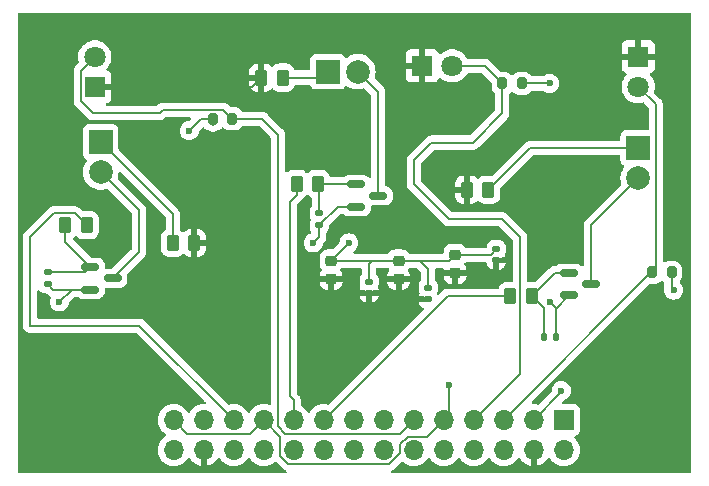
<source format=gbr>
%TF.GenerationSoftware,KiCad,Pcbnew,8.0.1*%
%TF.CreationDate,2024-03-25T00:54:51+02:00*%
%TF.ProjectId,3088,33303838-2e6b-4696-9361-645f70636258,rev?*%
%TF.SameCoordinates,Original*%
%TF.FileFunction,Copper,L1,Top*%
%TF.FilePolarity,Positive*%
%FSLAX46Y46*%
G04 Gerber Fmt 4.6, Leading zero omitted, Abs format (unit mm)*
G04 Created by KiCad (PCBNEW 8.0.1) date 2024-03-25 00:54:51*
%MOMM*%
%LPD*%
G01*
G04 APERTURE LIST*
G04 Aperture macros list*
%AMRoundRect*
0 Rectangle with rounded corners*
0 $1 Rounding radius*
0 $2 $3 $4 $5 $6 $7 $8 $9 X,Y pos of 4 corners*
0 Add a 4 corners polygon primitive as box body*
4,1,4,$2,$3,$4,$5,$6,$7,$8,$9,$2,$3,0*
0 Add four circle primitives for the rounded corners*
1,1,$1+$1,$2,$3*
1,1,$1+$1,$4,$5*
1,1,$1+$1,$6,$7*
1,1,$1+$1,$8,$9*
0 Add four rect primitives between the rounded corners*
20,1,$1+$1,$2,$3,$4,$5,0*
20,1,$1+$1,$4,$5,$6,$7,0*
20,1,$1+$1,$6,$7,$8,$9,0*
20,1,$1+$1,$8,$9,$2,$3,0*%
G04 Aperture macros list end*
%TA.AperFunction,ComponentPad*%
%ADD10C,1.800000*%
%TD*%
%TA.AperFunction,ComponentPad*%
%ADD11R,1.800000X1.800000*%
%TD*%
%TA.AperFunction,SMDPad,CuDef*%
%ADD12RoundRect,0.250000X-0.262500X-0.450000X0.262500X-0.450000X0.262500X0.450000X-0.262500X0.450000X0*%
%TD*%
%TA.AperFunction,SMDPad,CuDef*%
%ADD13RoundRect,0.200000X-0.200000X-0.275000X0.200000X-0.275000X0.200000X0.275000X-0.200000X0.275000X0*%
%TD*%
%TA.AperFunction,SMDPad,CuDef*%
%ADD14RoundRect,0.250000X0.262500X0.450000X-0.262500X0.450000X-0.262500X-0.450000X0.262500X-0.450000X0*%
%TD*%
%TA.AperFunction,SMDPad,CuDef*%
%ADD15RoundRect,0.135000X0.185000X-0.135000X0.185000X0.135000X-0.185000X0.135000X-0.185000X-0.135000X0*%
%TD*%
%TA.AperFunction,SMDPad,CuDef*%
%ADD16RoundRect,0.135000X0.135000X0.185000X-0.135000X0.185000X-0.135000X-0.185000X0.135000X-0.185000X0*%
%TD*%
%TA.AperFunction,SMDPad,CuDef*%
%ADD17RoundRect,0.200000X0.200000X0.275000X-0.200000X0.275000X-0.200000X-0.275000X0.200000X-0.275000X0*%
%TD*%
%TA.AperFunction,SMDPad,CuDef*%
%ADD18RoundRect,0.150000X-0.587500X-0.150000X0.587500X-0.150000X0.587500X0.150000X-0.587500X0.150000X0*%
%TD*%
%TA.AperFunction,ComponentPad*%
%ADD19O,1.700000X1.700000*%
%TD*%
%TA.AperFunction,ComponentPad*%
%ADD20R,1.700000X1.700000*%
%TD*%
%TA.AperFunction,ComponentPad*%
%ADD21R,2.000000X2.000000*%
%TD*%
%TA.AperFunction,ComponentPad*%
%ADD22C,2.000000*%
%TD*%
%TA.AperFunction,SMDPad,CuDef*%
%ADD23RoundRect,0.140000X0.170000X-0.140000X0.170000X0.140000X-0.170000X0.140000X-0.170000X-0.140000X0*%
%TD*%
%TA.AperFunction,SMDPad,CuDef*%
%ADD24RoundRect,0.225000X0.250000X-0.225000X0.250000X0.225000X-0.250000X0.225000X-0.250000X-0.225000X0*%
%TD*%
%TA.AperFunction,ViaPad*%
%ADD25C,0.600000*%
%TD*%
%TA.AperFunction,Conductor*%
%ADD26C,0.200000*%
%TD*%
G04 APERTURE END LIST*
D10*
%TO.P,Q3,2,E*%
%TO.N,V_out2*%
X121000000Y-53735000D03*
D11*
%TO.P,Q3,1,C*%
%TO.N,power*%
X121000000Y-56275000D03*
%TD*%
D12*
%TO.P,R14,1*%
%TO.N,MCU*%
X156175000Y-74000000D03*
%TO.P,R14,2*%
%TO.N,Net-(Q1-G)*%
X158000000Y-74000000D03*
%TD*%
D13*
%TO.P,R13,1*%
%TO.N,V_out*%
X168175000Y-72000000D03*
%TO.P,R13,2*%
%TO.N,GND*%
X169825000Y-72000000D03*
%TD*%
D12*
%TO.P,R12,1*%
%TO.N,power*%
X152500000Y-65000000D03*
%TO.P,R12,2*%
%TO.N,Net-(D4-Pad1)*%
X154325000Y-65000000D03*
%TD*%
D14*
%TO.P,R9,1*%
%TO.N,power*%
X129412500Y-69500000D03*
%TO.P,R9,2*%
%TO.N,Net-(D2-Pad1)*%
X127587500Y-69500000D03*
%TD*%
D15*
%TO.P,R8,1*%
%TO.N,GND*%
X117010000Y-73010000D03*
%TO.P,R8,2*%
%TO.N,Net-(Q6-G)*%
X117010000Y-71990000D03*
%TD*%
D14*
%TO.P,R7,1*%
%TO.N,MCU2*%
X120325000Y-68000000D03*
%TO.P,R7,2*%
%TO.N,Net-(Q6-G)*%
X118500000Y-68000000D03*
%TD*%
D12*
%TO.P,R6,1*%
%TO.N,power*%
X135087500Y-55500000D03*
%TO.P,R6,2*%
%TO.N,Net-(D1-Pad1)*%
X136912500Y-55500000D03*
%TD*%
D15*
%TO.P,R5,1*%
%TO.N,GND*%
X140000000Y-68010000D03*
%TO.P,R5,2*%
%TO.N,Net-(Q5-G)*%
X140000000Y-66990000D03*
%TD*%
D12*
%TO.P,R4,1*%
%TO.N,MCU1*%
X138087500Y-64500000D03*
%TO.P,R4,2*%
%TO.N,Net-(Q5-G)*%
X139912500Y-64500000D03*
%TD*%
D16*
%TO.P,R3,1*%
%TO.N,GND*%
X160010000Y-77500000D03*
%TO.P,R3,2*%
%TO.N,Net-(Q1-G)*%
X158990000Y-77500000D03*
%TD*%
D17*
%TO.P,R2,1*%
%TO.N,V_out2*%
X132650000Y-59000000D03*
%TO.P,R2,2*%
%TO.N,GND*%
X131000000Y-59000000D03*
%TD*%
D13*
%TO.P,R1,1*%
%TO.N,V_out1*%
X155500000Y-56000000D03*
%TO.P,R1,2*%
%TO.N,GND*%
X157150000Y-56000000D03*
%TD*%
D18*
%TO.P,Q6,1,G*%
%TO.N,Net-(Q6-G)*%
X120625000Y-71550000D03*
%TO.P,Q6,2,S*%
%TO.N,GND*%
X120625000Y-73450000D03*
%TO.P,Q6,3,D*%
%TO.N,Net-(Q6-D)*%
X122500000Y-72500000D03*
%TD*%
%TO.P,Q5,1,G*%
%TO.N,Net-(Q5-G)*%
X143125000Y-64550000D03*
%TO.P,Q5,2,S*%
%TO.N,GND*%
X143125000Y-66450000D03*
%TO.P,Q5,3,D*%
%TO.N,Net-(Q5-D)*%
X145000000Y-65500000D03*
%TD*%
D10*
%TO.P,Q4,2,E*%
%TO.N,V_out*%
X167000000Y-56265000D03*
D11*
%TO.P,Q4,1,C*%
%TO.N,power*%
X167000000Y-53725000D03*
%TD*%
D10*
%TO.P,Q2,2,E*%
%TO.N,V_out1*%
X151265000Y-54500000D03*
D11*
%TO.P,Q2,1,C*%
%TO.N,power*%
X148725000Y-54500000D03*
%TD*%
D18*
%TO.P,Q1,1,G*%
%TO.N,Net-(Q1-G)*%
X161125000Y-72050000D03*
%TO.P,Q1,2,S*%
%TO.N,GND*%
X161125000Y-73950000D03*
%TO.P,Q1,3,D*%
%TO.N,Net-(Q1-D)*%
X163000000Y-73000000D03*
%TD*%
D19*
%TO.P,J1,28,Pin_28*%
%TO.N,unconnected-(J1-Pin_28-Pad28)*%
X127680000Y-87040000D03*
%TO.P,J1,27,Pin_27*%
%TO.N,GND*%
X127680000Y-84500000D03*
%TO.P,J1,26,Pin_26*%
%TO.N,power*%
X130220000Y-87040000D03*
%TO.P,J1,25,Pin_25*%
%TO.N,unconnected-(J1-Pin_25-Pad25)*%
X130220000Y-84500000D03*
%TO.P,J1,24,Pin_24*%
%TO.N,unconnected-(J1-Pin_24-Pad24)*%
X132760000Y-87040000D03*
%TO.P,J1,23,Pin_23*%
%TO.N,MCU2*%
X132760000Y-84500000D03*
%TO.P,J1,22,Pin_22*%
%TO.N,unconnected-(J1-Pin_22-Pad22)*%
X135300000Y-87040000D03*
%TO.P,J1,21,Pin_21*%
%TO.N,GND*%
X135300000Y-84500000D03*
%TO.P,J1,20,Pin_20*%
%TO.N,unconnected-(J1-Pin_20-Pad20)*%
X137840000Y-87040000D03*
%TO.P,J1,19,Pin_19*%
%TO.N,MCU1*%
X137840000Y-84500000D03*
%TO.P,J1,18,Pin_18*%
%TO.N,unconnected-(J1-Pin_18-Pad18)*%
X140380000Y-87040000D03*
%TO.P,J1,17,Pin_17*%
%TO.N,MCU*%
X140380000Y-84500000D03*
%TO.P,J1,16,Pin_16*%
%TO.N,unconnected-(J1-Pin_16-Pad16)*%
X142920000Y-87040000D03*
%TO.P,J1,15,Pin_15*%
%TO.N,GND*%
X142920000Y-84500000D03*
%TO.P,J1,14,Pin_14*%
%TO.N,unconnected-(J1-Pin_14-Pad14)*%
X145460000Y-87040000D03*
%TO.P,J1,13,Pin_13*%
%TO.N,unconnected-(J1-Pin_13-Pad13)*%
X145460000Y-84500000D03*
%TO.P,J1,12,Pin_12*%
%TO.N,unconnected-(J1-Pin_12-Pad12)*%
X148000000Y-87040000D03*
%TO.P,J1,11,Pin_11*%
%TO.N,V_out2*%
X148000000Y-84500000D03*
%TO.P,J1,10,Pin_10*%
%TO.N,unconnected-(J1-Pin_10-Pad10)*%
X150540000Y-87040000D03*
%TO.P,J1,9,Pin_9*%
%TO.N,GND*%
X150540000Y-84500000D03*
%TO.P,J1,8,Pin_8*%
%TO.N,unconnected-(J1-Pin_8-Pad8)*%
X153080000Y-87040000D03*
%TO.P,J1,7,Pin_7*%
%TO.N,V_out1*%
X153080000Y-84500000D03*
%TO.P,J1,6,Pin_6*%
%TO.N,unconnected-(J1-Pin_6-Pad6)*%
X155620000Y-87040000D03*
%TO.P,J1,5,Pin_5*%
%TO.N,V_out*%
X155620000Y-84500000D03*
%TO.P,J1,4,Pin_4*%
%TO.N,power*%
X158160000Y-87040000D03*
%TO.P,J1,3,Pin_3*%
%TO.N,GND*%
X158160000Y-84500000D03*
%TO.P,J1,2,Pin_2*%
%TO.N,unconnected-(J1-Pin_2-Pad2)*%
X160700000Y-87040000D03*
D20*
%TO.P,J1,1,Pin_1*%
%TO.N,unconnected-(J1-Pin_1-Pad1)*%
X160700000Y-84500000D03*
%TD*%
D21*
%TO.P,D4,1*%
%TO.N,Net-(D4-Pad1)*%
X167000000Y-61460000D03*
D22*
%TO.P,D4,2*%
%TO.N,Net-(Q1-D)*%
X167000000Y-64000000D03*
%TD*%
D21*
%TO.P,D2,1*%
%TO.N,Net-(D2-Pad1)*%
X121500000Y-60960000D03*
D22*
%TO.P,D2,2*%
%TO.N,Net-(Q6-D)*%
X121500000Y-63500000D03*
%TD*%
D21*
%TO.P,D1,1*%
%TO.N,Net-(D1-Pad1)*%
X140730000Y-55000000D03*
D22*
%TO.P,D1,2*%
%TO.N,Net-(Q5-D)*%
X143270000Y-55000000D03*
%TD*%
D23*
%TO.P,C6,1*%
%TO.N,power*%
X155000000Y-70980000D03*
%TO.P,C6,2*%
%TO.N,GND*%
X155000000Y-70020000D03*
%TD*%
D24*
%TO.P,C5,1*%
%TO.N,power*%
X151500000Y-72050000D03*
%TO.P,C5,2*%
%TO.N,GND*%
X151500000Y-70500000D03*
%TD*%
D23*
%TO.P,C4,1*%
%TO.N,power*%
X149225000Y-74255000D03*
%TO.P,C4,2*%
%TO.N,GND*%
X149225000Y-73295000D03*
%TD*%
D24*
%TO.P,C3,1*%
%TO.N,power*%
X146725000Y-72550000D03*
%TO.P,C3,2*%
%TO.N,GND*%
X146725000Y-71000000D03*
%TD*%
D23*
%TO.P,C2,1*%
%TO.N,power*%
X144225000Y-73735000D03*
%TO.P,C2,2*%
%TO.N,GND*%
X144225000Y-72775000D03*
%TD*%
D24*
%TO.P,C1,1*%
%TO.N,power*%
X141000000Y-72550000D03*
%TO.P,C1,2*%
%TO.N,GND*%
X141000000Y-71000000D03*
%TD*%
D25*
%TO.N,GND*%
X129000000Y-60000000D03*
X159500000Y-56000000D03*
X159500000Y-74500000D03*
X139500000Y-69500000D03*
X142500000Y-69500000D03*
X118000000Y-74500000D03*
X151000000Y-81500000D03*
X160500000Y-82000000D03*
X170000000Y-73500000D03*
%TD*%
D26*
%TO.N,GND*%
X130000000Y-59000000D02*
X129000000Y-60000000D01*
X131000000Y-59000000D02*
X130000000Y-59000000D01*
%TO.N,Net-(D1-Pad1)*%
X136912500Y-55500000D02*
X140230000Y-55500000D01*
X140230000Y-55500000D02*
X140730000Y-55000000D01*
%TO.N,GND*%
X131000000Y-59000000D02*
X131000000Y-59500000D01*
%TO.N,Net-(Q6-D)*%
X124730000Y-66730000D02*
X124730000Y-70270000D01*
X121500000Y-63500000D02*
X124730000Y-66730000D01*
%TO.N,Net-(D2-Pad1)*%
X127587500Y-67047500D02*
X127587500Y-69500000D01*
X121500000Y-60960000D02*
X127587500Y-67047500D01*
%TO.N,MCU1*%
X137840000Y-82840000D02*
X137840000Y-84500000D01*
X137500000Y-82500000D02*
X137840000Y-82840000D01*
X137500000Y-66000000D02*
X137500000Y-82500000D01*
X138087500Y-65412500D02*
X137500000Y-66000000D01*
X138087500Y-64500000D02*
X138087500Y-65412500D01*
%TO.N,V_out2*%
X120825000Y-58500000D02*
X119800000Y-57475000D01*
X126775000Y-58225000D02*
X126500000Y-58500000D01*
X131875000Y-58225000D02*
X126775000Y-58225000D01*
X132650000Y-59000000D02*
X131875000Y-58225000D01*
X126500000Y-58500000D02*
X120825000Y-58500000D01*
X135175000Y-59000000D02*
X136500000Y-60325000D01*
X132650000Y-59000000D02*
X135175000Y-59000000D01*
%TO.N,Net-(Q5-D)*%
X143270000Y-55000000D02*
X145000000Y-56730000D01*
X145000000Y-56730000D02*
X145000000Y-65500000D01*
%TO.N,V_out1*%
X156987500Y-68987500D02*
X156987500Y-80592500D01*
X156987500Y-80592500D02*
X153080000Y-84500000D01*
X155500000Y-67500000D02*
X156987500Y-68987500D01*
X151000000Y-67500000D02*
X155500000Y-67500000D01*
X148000000Y-64500000D02*
X151000000Y-67500000D01*
X148000000Y-62500000D02*
X148000000Y-64500000D01*
X149500000Y-61000000D02*
X148000000Y-62500000D01*
X153000000Y-61000000D02*
X149500000Y-61000000D01*
X155500000Y-58500000D02*
X153000000Y-61000000D01*
X155500000Y-56000000D02*
X155500000Y-58500000D01*
X154000000Y-54500000D02*
X155500000Y-56000000D01*
X151265000Y-54500000D02*
X154000000Y-54500000D01*
%TO.N,Net-(D4-Pad1)*%
X157865000Y-61460000D02*
X154325000Y-65000000D01*
X167000000Y-61460000D02*
X157865000Y-61460000D01*
%TO.N,V_out*%
X168500000Y-71675000D02*
X168175000Y-72000000D01*
X168500000Y-57765000D02*
X168500000Y-71675000D01*
X167000000Y-56265000D02*
X168500000Y-57765000D01*
%TO.N,Net-(Q1-D)*%
X163000000Y-68000000D02*
X163000000Y-73000000D01*
X167000000Y-64000000D02*
X163000000Y-68000000D01*
%TO.N,V_out2*%
X136500000Y-60325000D02*
X136500000Y-85026346D01*
X119800000Y-54935000D02*
X119800000Y-57475000D01*
X121000000Y-53735000D02*
X119800000Y-54935000D01*
%TO.N,power*%
X134312500Y-56275000D02*
X135087500Y-55500000D01*
X121000000Y-56275000D02*
X134312500Y-56275000D01*
%TO.N,GND*%
X157150000Y-56000000D02*
X159500000Y-56000000D01*
X160010000Y-75010000D02*
X159500000Y-74500000D01*
X160010000Y-75065000D02*
X160010000Y-75010000D01*
X140000000Y-69000000D02*
X139500000Y-69500000D01*
X140000000Y-68010000D02*
X140000000Y-69000000D01*
X141000000Y-71000000D02*
X142500000Y-69500000D01*
X119050000Y-73450000D02*
X118000000Y-74500000D01*
X120625000Y-73450000D02*
X119050000Y-73450000D01*
X151000000Y-84000000D02*
X151000000Y-81500000D01*
X150540000Y-84460000D02*
X151000000Y-84000000D01*
X150540000Y-84500000D02*
X150540000Y-84460000D01*
X160500000Y-82160000D02*
X160500000Y-82000000D01*
X158160000Y-84500000D02*
X160500000Y-82160000D01*
X169825000Y-73325000D02*
X170000000Y-73500000D01*
X169825000Y-72000000D02*
X169825000Y-73325000D01*
X160010000Y-75065000D02*
X161125000Y-73950000D01*
X160010000Y-77500000D02*
X160010000Y-75065000D01*
X149150000Y-85890000D02*
X150540000Y-84500000D01*
X147523654Y-85890000D02*
X149150000Y-85890000D01*
X146850000Y-86563654D02*
X147523654Y-85890000D01*
X146850000Y-87276346D02*
X146850000Y-86563654D01*
X145936346Y-88190000D02*
X146850000Y-87276346D01*
X137363654Y-88190000D02*
X145936346Y-88190000D01*
X136690000Y-87516346D02*
X137363654Y-88190000D01*
X136690000Y-85890000D02*
X136690000Y-87516346D01*
X135300000Y-84500000D02*
X136690000Y-85890000D01*
X134150000Y-85650000D02*
X135300000Y-84500000D01*
X128830000Y-85650000D02*
X134150000Y-85650000D01*
X127680000Y-84500000D02*
X128830000Y-85650000D01*
%TO.N,V_out2*%
X137123654Y-85650000D02*
X136500000Y-85026346D01*
X146850000Y-85650000D02*
X137123654Y-85650000D01*
X148000000Y-84500000D02*
X146850000Y-85650000D01*
%TO.N,V_out*%
X155620000Y-84500000D02*
X168120000Y-72000000D01*
X168120000Y-72000000D02*
X168175000Y-72000000D01*
%TO.N,MCU1*%
X138087500Y-84252500D02*
X137840000Y-84500000D01*
%TO.N,MCU2*%
X124760000Y-76500000D02*
X132760000Y-84500000D01*
X115500000Y-69000000D02*
X115500000Y-76500000D01*
X117500000Y-67000000D02*
X115500000Y-69000000D01*
X115500000Y-76500000D02*
X124760000Y-76500000D01*
X119325000Y-67000000D02*
X117500000Y-67000000D01*
X120325000Y-68000000D02*
X119325000Y-67000000D01*
%TO.N,GND*%
X141560000Y-66450000D02*
X140000000Y-68010000D01*
X143125000Y-66450000D02*
X141560000Y-66450000D01*
%TO.N,MCU*%
X156175000Y-74000000D02*
X150880000Y-74000000D01*
X150880000Y-74000000D02*
X140380000Y-84500000D01*
%TO.N,GND*%
X149225000Y-73295000D02*
X149225000Y-71725000D01*
X149225000Y-71725000D02*
X148500000Y-71000000D01*
X148500000Y-71000000D02*
X151000000Y-71000000D01*
X146725000Y-71000000D02*
X148500000Y-71000000D01*
X144225000Y-71275000D02*
X144500000Y-71000000D01*
X144225000Y-72775000D02*
X144225000Y-71275000D01*
X144500000Y-71000000D02*
X141000000Y-71000000D01*
X146725000Y-71000000D02*
X144500000Y-71000000D01*
X151000000Y-71000000D02*
X151500000Y-70500000D01*
X151500000Y-70500000D02*
X154520000Y-70500000D01*
X154520000Y-70500000D02*
X155000000Y-70020000D01*
%TO.N,Net-(Q1-G)*%
X158990000Y-74990000D02*
X158000000Y-74000000D01*
X158990000Y-77500000D02*
X158990000Y-74990000D01*
X159950000Y-72050000D02*
X158000000Y-74000000D01*
X161125000Y-72050000D02*
X159950000Y-72050000D01*
%TO.N,Net-(Q5-G)*%
X140000000Y-64587500D02*
X139912500Y-64500000D01*
X140000000Y-66990000D02*
X140000000Y-64587500D01*
X139962500Y-64550000D02*
X139912500Y-64500000D01*
X143125000Y-64550000D02*
X139962500Y-64550000D01*
%TO.N,Net-(D2-Pad1)*%
X127270000Y-69182500D02*
X127587500Y-69500000D01*
%TO.N,GND*%
X117450000Y-73450000D02*
X117010000Y-73010000D01*
X120625000Y-73450000D02*
X117450000Y-73450000D01*
%TO.N,Net-(Q6-D)*%
X124730000Y-70270000D02*
X122500000Y-72500000D01*
%TO.N,Net-(Q6-G)*%
X118500000Y-68000000D02*
X118500000Y-69425000D01*
X118500000Y-69425000D02*
X120625000Y-71550000D01*
X120185000Y-71990000D02*
X120625000Y-71550000D01*
X117010000Y-71990000D02*
X120185000Y-71990000D01*
%TD*%
%TA.AperFunction,Conductor*%
%TO.N,power*%
G36*
X171442539Y-50020185D02*
G01*
X171488294Y-50072989D01*
X171499500Y-50124500D01*
X171499500Y-88875500D01*
X171479815Y-88942539D01*
X171427011Y-88988294D01*
X171375500Y-88999500D01*
X146177279Y-88999500D01*
X146110240Y-88979815D01*
X146064485Y-88927011D01*
X146054541Y-88857853D01*
X146083566Y-88794297D01*
X146142344Y-88756523D01*
X146145170Y-88755729D01*
X146168131Y-88749577D01*
X146218250Y-88720639D01*
X146305062Y-88670520D01*
X146416866Y-88558716D01*
X146416866Y-88558714D01*
X146427074Y-88548507D01*
X146427076Y-88548504D01*
X146925161Y-88050419D01*
X146986484Y-88016934D01*
X147056176Y-88021918D01*
X147100523Y-88050419D01*
X147128599Y-88078495D01*
X147128605Y-88078499D01*
X147322165Y-88214032D01*
X147322167Y-88214033D01*
X147322170Y-88214035D01*
X147536337Y-88313903D01*
X147764592Y-88375063D01*
X147952918Y-88391539D01*
X147999999Y-88395659D01*
X148000000Y-88395659D01*
X148000001Y-88395659D01*
X148039234Y-88392226D01*
X148235408Y-88375063D01*
X148463663Y-88313903D01*
X148677830Y-88214035D01*
X148871401Y-88078495D01*
X149038495Y-87911401D01*
X149168425Y-87725842D01*
X149223002Y-87682217D01*
X149292500Y-87675023D01*
X149354855Y-87706546D01*
X149371575Y-87725842D01*
X149501500Y-87911395D01*
X149501505Y-87911401D01*
X149668599Y-88078495D01*
X149668605Y-88078499D01*
X149862165Y-88214032D01*
X149862167Y-88214033D01*
X149862170Y-88214035D01*
X150076337Y-88313903D01*
X150304592Y-88375063D01*
X150492918Y-88391539D01*
X150539999Y-88395659D01*
X150540000Y-88395659D01*
X150540001Y-88395659D01*
X150579234Y-88392226D01*
X150775408Y-88375063D01*
X151003663Y-88313903D01*
X151217830Y-88214035D01*
X151411401Y-88078495D01*
X151578495Y-87911401D01*
X151708425Y-87725842D01*
X151763002Y-87682217D01*
X151832500Y-87675023D01*
X151894855Y-87706546D01*
X151911575Y-87725842D01*
X152041500Y-87911395D01*
X152041505Y-87911401D01*
X152208599Y-88078495D01*
X152208605Y-88078499D01*
X152402165Y-88214032D01*
X152402167Y-88214033D01*
X152402170Y-88214035D01*
X152616337Y-88313903D01*
X152844592Y-88375063D01*
X153032918Y-88391539D01*
X153079999Y-88395659D01*
X153080000Y-88395659D01*
X153080001Y-88395659D01*
X153119234Y-88392226D01*
X153315408Y-88375063D01*
X153543663Y-88313903D01*
X153757830Y-88214035D01*
X153951401Y-88078495D01*
X154118495Y-87911401D01*
X154248425Y-87725842D01*
X154303002Y-87682217D01*
X154372500Y-87675023D01*
X154434855Y-87706546D01*
X154451575Y-87725842D01*
X154581500Y-87911395D01*
X154581505Y-87911401D01*
X154748599Y-88078495D01*
X154748605Y-88078499D01*
X154942165Y-88214032D01*
X154942167Y-88214033D01*
X154942170Y-88214035D01*
X155156337Y-88313903D01*
X155384592Y-88375063D01*
X155572918Y-88391539D01*
X155619999Y-88395659D01*
X155620000Y-88395659D01*
X155620001Y-88395659D01*
X155659234Y-88392226D01*
X155855408Y-88375063D01*
X156083663Y-88313903D01*
X156297830Y-88214035D01*
X156491401Y-88078495D01*
X156658495Y-87911401D01*
X156788730Y-87725405D01*
X156843307Y-87681781D01*
X156912805Y-87674587D01*
X156975160Y-87706110D01*
X156991879Y-87725405D01*
X157121890Y-87911078D01*
X157288917Y-88078105D01*
X157482421Y-88213600D01*
X157696507Y-88313429D01*
X157696516Y-88313433D01*
X157910000Y-88370634D01*
X157910000Y-87473012D01*
X157967007Y-87505925D01*
X158094174Y-87540000D01*
X158225826Y-87540000D01*
X158352993Y-87505925D01*
X158410000Y-87473012D01*
X158410000Y-88370633D01*
X158623483Y-88313433D01*
X158623492Y-88313429D01*
X158837578Y-88213600D01*
X159031082Y-88078105D01*
X159198105Y-87911082D01*
X159328119Y-87725405D01*
X159382696Y-87681781D01*
X159452195Y-87674588D01*
X159514549Y-87706110D01*
X159531269Y-87725405D01*
X159661505Y-87911401D01*
X159828599Y-88078495D01*
X159828605Y-88078499D01*
X160022165Y-88214032D01*
X160022167Y-88214033D01*
X160022170Y-88214035D01*
X160236337Y-88313903D01*
X160464592Y-88375063D01*
X160652918Y-88391539D01*
X160699999Y-88395659D01*
X160700000Y-88395659D01*
X160700001Y-88395659D01*
X160739234Y-88392226D01*
X160935408Y-88375063D01*
X161163663Y-88313903D01*
X161377830Y-88214035D01*
X161571401Y-88078495D01*
X161738495Y-87911401D01*
X161874035Y-87717830D01*
X161973903Y-87503663D01*
X162035063Y-87275408D01*
X162055659Y-87040000D01*
X162035063Y-86804592D01*
X161973903Y-86576337D01*
X161874035Y-86362171D01*
X161868730Y-86354595D01*
X161738496Y-86168600D01*
X161738493Y-86168597D01*
X161616567Y-86046671D01*
X161583084Y-85985351D01*
X161588068Y-85915659D01*
X161629939Y-85859725D01*
X161660915Y-85842810D01*
X161792331Y-85793796D01*
X161907546Y-85707546D01*
X161993796Y-85592331D01*
X162044091Y-85457483D01*
X162050500Y-85397873D01*
X162050499Y-83602128D01*
X162044091Y-83542517D01*
X161993796Y-83407669D01*
X161993795Y-83407668D01*
X161993793Y-83407664D01*
X161907547Y-83292455D01*
X161907544Y-83292452D01*
X161792335Y-83206206D01*
X161792328Y-83206202D01*
X161657482Y-83155908D01*
X161657483Y-83155908D01*
X161597883Y-83149501D01*
X161597881Y-83149500D01*
X161597873Y-83149500D01*
X161597865Y-83149500D01*
X160659097Y-83149500D01*
X160592058Y-83129815D01*
X160546303Y-83077011D01*
X160536359Y-83007853D01*
X160565384Y-82944297D01*
X160571401Y-82937833D01*
X160727871Y-82781363D01*
X160774592Y-82752007D01*
X160849522Y-82725789D01*
X161002262Y-82629816D01*
X161129816Y-82502262D01*
X161225789Y-82349522D01*
X161285368Y-82179255D01*
X161292717Y-82114031D01*
X161305565Y-82000003D01*
X161305565Y-81999996D01*
X161285369Y-81820750D01*
X161285368Y-81820745D01*
X161225789Y-81650478D01*
X161129816Y-81497738D01*
X161002262Y-81370184D01*
X160849523Y-81274211D01*
X160679254Y-81214631D01*
X160679249Y-81214630D01*
X160500004Y-81194435D01*
X160499996Y-81194435D01*
X160320750Y-81214630D01*
X160320745Y-81214631D01*
X160150476Y-81274211D01*
X159997737Y-81370184D01*
X159870184Y-81497737D01*
X159774211Y-81650476D01*
X159714631Y-81820745D01*
X159714630Y-81820750D01*
X159694435Y-81999996D01*
X159694435Y-82000004D01*
X159699528Y-82045210D01*
X159687473Y-82114031D01*
X159663989Y-82146773D01*
X158643530Y-83167233D01*
X158582207Y-83200718D01*
X158523756Y-83199327D01*
X158395413Y-83164938D01*
X158395403Y-83164936D01*
X158160001Y-83144341D01*
X158159998Y-83144341D01*
X158132153Y-83146777D01*
X158063653Y-83133010D01*
X158013470Y-83084395D01*
X157997537Y-83016366D01*
X158020913Y-82950523D01*
X158033658Y-82935575D01*
X167957417Y-73011819D01*
X168018740Y-72978334D01*
X168045098Y-72975500D01*
X168431613Y-72975500D01*
X168431616Y-72975500D01*
X168502196Y-72969086D01*
X168664606Y-72918478D01*
X168810185Y-72830472D01*
X168912320Y-72728336D01*
X168973641Y-72694853D01*
X169043333Y-72699837D01*
X169087681Y-72728338D01*
X169188181Y-72828838D01*
X169221666Y-72890161D01*
X169224500Y-72916519D01*
X169224500Y-73238330D01*
X169224499Y-73238348D01*
X169224499Y-73271477D01*
X169217541Y-73312430D01*
X169214631Y-73320745D01*
X169214631Y-73320746D01*
X169194435Y-73499996D01*
X169194435Y-73500000D01*
X169214630Y-73679249D01*
X169214631Y-73679254D01*
X169274211Y-73849523D01*
X169369933Y-74001862D01*
X169370184Y-74002262D01*
X169497738Y-74129816D01*
X169554849Y-74165701D01*
X169613523Y-74202569D01*
X169650478Y-74225789D01*
X169820745Y-74285368D01*
X169820750Y-74285369D01*
X169999996Y-74305565D01*
X170000000Y-74305565D01*
X170000004Y-74305565D01*
X170179249Y-74285369D01*
X170179252Y-74285368D01*
X170179255Y-74285368D01*
X170349522Y-74225789D01*
X170502262Y-74129816D01*
X170629816Y-74002262D01*
X170725789Y-73849522D01*
X170785368Y-73679255D01*
X170788537Y-73651135D01*
X170805565Y-73500000D01*
X170805565Y-73499996D01*
X170785369Y-73320750D01*
X170785368Y-73320745D01*
X170778284Y-73300499D01*
X170725789Y-73150478D01*
X170725174Y-73149500D01*
X170641285Y-73015991D01*
X170629816Y-72997738D01*
X170549048Y-72916970D01*
X170515563Y-72855647D01*
X170520547Y-72785955D01*
X170549046Y-72741610D01*
X170580472Y-72710185D01*
X170668478Y-72564606D01*
X170719086Y-72402196D01*
X170725500Y-72331616D01*
X170725500Y-71668384D01*
X170719086Y-71597804D01*
X170668478Y-71435394D01*
X170580472Y-71289815D01*
X170580470Y-71289813D01*
X170580469Y-71289811D01*
X170460188Y-71169530D01*
X170410681Y-71139602D01*
X170314606Y-71081522D01*
X170152196Y-71030914D01*
X170152194Y-71030913D01*
X170152192Y-71030913D01*
X170100499Y-71026216D01*
X170081616Y-71024500D01*
X169568384Y-71024500D01*
X169549501Y-71026216D01*
X169497807Y-71030913D01*
X169335393Y-71081522D01*
X169288650Y-71109780D01*
X169221095Y-71127616D01*
X169154621Y-71106098D01*
X169110334Y-71052058D01*
X169100500Y-71003663D01*
X169100500Y-57685944D01*
X169100500Y-57685943D01*
X169059577Y-57533216D01*
X169006607Y-57441468D01*
X168980524Y-57396290D01*
X168980521Y-57396286D01*
X168980520Y-57396284D01*
X168868716Y-57284480D01*
X168868715Y-57284479D01*
X168864385Y-57280149D01*
X168864374Y-57280139D01*
X168374204Y-56789969D01*
X168340719Y-56728646D01*
X168341680Y-56671847D01*
X168344592Y-56660350D01*
X168386134Y-56496305D01*
X168386135Y-56496297D01*
X168405300Y-56265006D01*
X168405300Y-56264993D01*
X168386135Y-56033702D01*
X168386133Y-56033691D01*
X168329157Y-55808699D01*
X168235924Y-55596151D01*
X168108981Y-55401849D01*
X168013832Y-55298489D01*
X167982910Y-55235835D01*
X167990770Y-55166409D01*
X168034918Y-55112253D01*
X168061730Y-55098325D01*
X168142084Y-55068355D01*
X168142093Y-55068350D01*
X168257187Y-54982190D01*
X168257190Y-54982187D01*
X168343350Y-54867093D01*
X168343354Y-54867086D01*
X168393596Y-54732379D01*
X168393598Y-54732372D01*
X168399999Y-54672844D01*
X168400000Y-54672827D01*
X168400000Y-53975000D01*
X167375278Y-53975000D01*
X167419333Y-53898694D01*
X167450000Y-53784244D01*
X167450000Y-53665756D01*
X167419333Y-53551306D01*
X167375278Y-53475000D01*
X168400000Y-53475000D01*
X168400000Y-52777172D01*
X168399999Y-52777155D01*
X168393598Y-52717627D01*
X168393596Y-52717620D01*
X168343354Y-52582913D01*
X168343350Y-52582906D01*
X168257190Y-52467812D01*
X168257187Y-52467809D01*
X168142093Y-52381649D01*
X168142086Y-52381645D01*
X168007379Y-52331403D01*
X168007372Y-52331401D01*
X167947844Y-52325000D01*
X167250000Y-52325000D01*
X167250000Y-53349722D01*
X167173694Y-53305667D01*
X167059244Y-53275000D01*
X166940756Y-53275000D01*
X166826306Y-53305667D01*
X166750000Y-53349722D01*
X166750000Y-52325000D01*
X166052155Y-52325000D01*
X165992627Y-52331401D01*
X165992620Y-52331403D01*
X165857913Y-52381645D01*
X165857906Y-52381649D01*
X165742812Y-52467809D01*
X165742809Y-52467812D01*
X165656649Y-52582906D01*
X165656645Y-52582913D01*
X165606403Y-52717620D01*
X165606401Y-52717627D01*
X165600000Y-52777155D01*
X165600000Y-53475000D01*
X166624722Y-53475000D01*
X166580667Y-53551306D01*
X166550000Y-53665756D01*
X166550000Y-53784244D01*
X166580667Y-53898694D01*
X166624722Y-53975000D01*
X165600000Y-53975000D01*
X165600000Y-54672844D01*
X165606401Y-54732372D01*
X165606403Y-54732379D01*
X165656645Y-54867086D01*
X165656649Y-54867093D01*
X165742809Y-54982187D01*
X165742812Y-54982190D01*
X165857906Y-55068350D01*
X165857913Y-55068354D01*
X165938270Y-55098325D01*
X165994204Y-55140196D01*
X166018621Y-55205660D01*
X166003770Y-55273933D01*
X165986168Y-55298489D01*
X165959764Y-55327172D01*
X165891021Y-55401847D01*
X165891019Y-55401848D01*
X165891016Y-55401853D01*
X165764075Y-55596151D01*
X165670842Y-55808699D01*
X165613866Y-56033691D01*
X165613864Y-56033702D01*
X165594700Y-56264993D01*
X165594700Y-56265006D01*
X165613864Y-56496297D01*
X165613866Y-56496308D01*
X165670842Y-56721300D01*
X165764075Y-56933848D01*
X165891016Y-57128147D01*
X165891019Y-57128151D01*
X165891021Y-57128153D01*
X166048216Y-57298913D01*
X166048219Y-57298915D01*
X166048222Y-57298918D01*
X166231365Y-57441464D01*
X166231371Y-57441468D01*
X166231374Y-57441470D01*
X166435497Y-57551936D01*
X166549487Y-57591068D01*
X166655015Y-57627297D01*
X166655017Y-57627297D01*
X166655019Y-57627298D01*
X166883951Y-57665500D01*
X166883952Y-57665500D01*
X167116048Y-57665500D01*
X167116049Y-57665500D01*
X167344981Y-57627298D01*
X167396897Y-57609474D01*
X167466693Y-57606324D01*
X167524840Y-57639075D01*
X167863181Y-57977416D01*
X167896666Y-58038739D01*
X167899500Y-58065097D01*
X167899500Y-59835500D01*
X167879815Y-59902539D01*
X167827011Y-59948294D01*
X167775500Y-59959500D01*
X165952129Y-59959500D01*
X165952123Y-59959501D01*
X165892516Y-59965908D01*
X165757671Y-60016202D01*
X165757664Y-60016206D01*
X165642455Y-60102452D01*
X165642452Y-60102455D01*
X165556206Y-60217664D01*
X165556202Y-60217671D01*
X165505908Y-60352517D01*
X165499501Y-60412116D01*
X165499500Y-60412135D01*
X165499500Y-60735500D01*
X165479815Y-60802539D01*
X165427011Y-60848294D01*
X165375500Y-60859500D01*
X157951669Y-60859500D01*
X157951653Y-60859499D01*
X157944057Y-60859499D01*
X157785943Y-60859499D01*
X157706010Y-60880917D01*
X157633216Y-60900422D01*
X157597672Y-60920944D01*
X157597671Y-60920943D01*
X157496287Y-60979477D01*
X157496282Y-60979481D01*
X157384478Y-61091286D01*
X154712582Y-63763181D01*
X154651259Y-63796666D01*
X154624901Y-63799500D01*
X154012498Y-63799500D01*
X154012480Y-63799501D01*
X153909703Y-63810000D01*
X153909700Y-63810001D01*
X153743168Y-63865185D01*
X153743163Y-63865187D01*
X153593845Y-63957287D01*
X153499827Y-64051305D01*
X153438503Y-64084789D01*
X153368812Y-64079805D01*
X153324465Y-64051304D01*
X153230845Y-63957684D01*
X153081624Y-63865643D01*
X153081619Y-63865641D01*
X152915197Y-63810494D01*
X152915190Y-63810493D01*
X152812486Y-63800000D01*
X152750000Y-63800000D01*
X152750000Y-66199999D01*
X152812472Y-66199999D01*
X152812486Y-66199998D01*
X152915197Y-66189505D01*
X153081619Y-66134358D01*
X153081624Y-66134356D01*
X153230842Y-66042317D01*
X153324464Y-65948695D01*
X153385787Y-65915210D01*
X153455479Y-65920194D01*
X153499827Y-65948695D01*
X153593844Y-66042712D01*
X153743166Y-66134814D01*
X153909703Y-66189999D01*
X154012491Y-66200500D01*
X154637508Y-66200499D01*
X154637516Y-66200498D01*
X154637519Y-66200498D01*
X154693802Y-66194748D01*
X154740297Y-66189999D01*
X154906834Y-66134814D01*
X155056156Y-66042712D01*
X155180212Y-65918656D01*
X155272314Y-65769334D01*
X155327499Y-65602797D01*
X155338000Y-65500009D01*
X155337999Y-64887595D01*
X155357683Y-64820557D01*
X155374313Y-64799920D01*
X158077416Y-62096819D01*
X158138739Y-62063334D01*
X158165097Y-62060500D01*
X165375501Y-62060500D01*
X165442540Y-62080185D01*
X165488295Y-62132989D01*
X165499501Y-62184500D01*
X165499501Y-62507876D01*
X165505908Y-62567483D01*
X165556202Y-62702328D01*
X165556206Y-62702335D01*
X165642452Y-62817544D01*
X165642455Y-62817547D01*
X165757664Y-62903793D01*
X165762361Y-62906358D01*
X165811766Y-62955764D01*
X165826617Y-63024037D01*
X165806742Y-63083011D01*
X165675826Y-63283393D01*
X165575936Y-63511118D01*
X165514892Y-63752175D01*
X165514890Y-63752187D01*
X165494357Y-63999994D01*
X165494357Y-64000005D01*
X165514890Y-64247812D01*
X165514892Y-64247824D01*
X165576007Y-64489160D01*
X165573382Y-64558980D01*
X165543482Y-64607281D01*
X162631286Y-67519478D01*
X162519481Y-67631282D01*
X162519477Y-67631287D01*
X162472377Y-67712869D01*
X162440423Y-67768215D01*
X162399499Y-67920943D01*
X162399499Y-67920945D01*
X162399499Y-68089046D01*
X162399500Y-68089059D01*
X162399500Y-71367691D01*
X162379815Y-71434730D01*
X162327011Y-71480485D01*
X162257853Y-71490429D01*
X162194297Y-71461404D01*
X162187819Y-71455372D01*
X162114370Y-71381923D01*
X162114362Y-71381917D01*
X161972896Y-71298255D01*
X161972893Y-71298254D01*
X161815073Y-71252402D01*
X161815067Y-71252401D01*
X161778201Y-71249500D01*
X161778194Y-71249500D01*
X160471806Y-71249500D01*
X160471798Y-71249500D01*
X160434932Y-71252401D01*
X160434926Y-71252402D01*
X160277106Y-71298254D01*
X160277103Y-71298255D01*
X160135637Y-71381917D01*
X160135629Y-71381923D01*
X160104374Y-71413180D01*
X160043052Y-71446666D01*
X160016692Y-71449500D01*
X159870940Y-71449500D01*
X159830019Y-71460464D01*
X159830019Y-71460465D01*
X159792751Y-71470451D01*
X159718214Y-71490423D01*
X159718209Y-71490426D01*
X159581290Y-71569475D01*
X159581282Y-71569481D01*
X159469478Y-71681286D01*
X158387582Y-72763181D01*
X158326259Y-72796666D01*
X158299901Y-72799500D01*
X157712000Y-72799500D01*
X157644961Y-72779815D01*
X157599206Y-72727011D01*
X157588000Y-72675500D01*
X157588000Y-69076560D01*
X157588001Y-69076547D01*
X157588001Y-68908444D01*
X157588001Y-68908443D01*
X157547077Y-68755716D01*
X157526010Y-68719226D01*
X157468024Y-68618790D01*
X157468018Y-68618782D01*
X155987590Y-67138355D01*
X155987588Y-67138352D01*
X155868717Y-67019481D01*
X155868712Y-67019477D01*
X155780317Y-66968443D01*
X155731785Y-66940423D01*
X155579057Y-66899499D01*
X155420943Y-66899499D01*
X155413347Y-66899499D01*
X155413331Y-66899500D01*
X151300098Y-66899500D01*
X151233059Y-66879815D01*
X151212417Y-66863181D01*
X149599236Y-65250000D01*
X151487501Y-65250000D01*
X151487501Y-65499986D01*
X151497994Y-65602697D01*
X151553141Y-65769119D01*
X151553143Y-65769124D01*
X151645184Y-65918345D01*
X151769154Y-66042315D01*
X151918375Y-66134356D01*
X151918380Y-66134358D01*
X152084802Y-66189505D01*
X152084809Y-66189506D01*
X152187519Y-66199999D01*
X152249999Y-66199998D01*
X152250000Y-66199998D01*
X152250000Y-65250000D01*
X151487501Y-65250000D01*
X149599236Y-65250000D01*
X149099236Y-64750000D01*
X151487500Y-64750000D01*
X152250000Y-64750000D01*
X152250000Y-63800000D01*
X152249999Y-63799999D01*
X152187528Y-63800000D01*
X152187511Y-63800001D01*
X152084802Y-63810494D01*
X151918380Y-63865641D01*
X151918375Y-63865643D01*
X151769154Y-63957684D01*
X151645184Y-64081654D01*
X151553143Y-64230875D01*
X151553141Y-64230880D01*
X151497994Y-64397302D01*
X151497993Y-64397309D01*
X151487500Y-64500013D01*
X151487500Y-64750000D01*
X149099236Y-64750000D01*
X148636819Y-64287583D01*
X148603334Y-64226260D01*
X148600500Y-64199902D01*
X148600500Y-62800097D01*
X148620185Y-62733058D01*
X148636819Y-62712416D01*
X149712416Y-61636819D01*
X149773739Y-61603334D01*
X149800097Y-61600500D01*
X152913331Y-61600500D01*
X152913347Y-61600501D01*
X152920943Y-61600501D01*
X153079054Y-61600501D01*
X153079057Y-61600501D01*
X153231785Y-61559577D01*
X153281904Y-61530639D01*
X153368716Y-61480520D01*
X153480520Y-61368716D01*
X153480520Y-61368714D01*
X153490728Y-61358507D01*
X153490730Y-61358504D01*
X155858506Y-58990728D01*
X155858511Y-58990724D01*
X155868714Y-58980520D01*
X155868716Y-58980520D01*
X155980520Y-58868716D01*
X155994106Y-58845185D01*
X156038544Y-58768216D01*
X156038545Y-58768214D01*
X156059574Y-58731790D01*
X156059575Y-58731789D01*
X156059575Y-58731787D01*
X156059577Y-58731785D01*
X156100501Y-58579057D01*
X156100501Y-58420943D01*
X156100501Y-58413348D01*
X156100500Y-58413330D01*
X156100500Y-56916519D01*
X156120185Y-56849480D01*
X156136813Y-56828843D01*
X156237321Y-56728335D01*
X156298640Y-56694853D01*
X156368332Y-56699837D01*
X156412680Y-56728338D01*
X156514811Y-56830469D01*
X156514813Y-56830470D01*
X156514815Y-56830472D01*
X156660394Y-56918478D01*
X156822804Y-56969086D01*
X156893384Y-56975500D01*
X156893387Y-56975500D01*
X157406613Y-56975500D01*
X157406616Y-56975500D01*
X157477196Y-56969086D01*
X157639606Y-56918478D01*
X157785185Y-56830472D01*
X157905472Y-56710185D01*
X157935598Y-56660349D01*
X157987126Y-56613162D01*
X158041715Y-56600500D01*
X158917588Y-56600500D01*
X158984627Y-56620185D01*
X158994903Y-56627555D01*
X158997736Y-56629814D01*
X158997738Y-56629816D01*
X159110228Y-56700498D01*
X159143333Y-56721300D01*
X159150478Y-56725789D01*
X159320745Y-56785368D01*
X159320750Y-56785369D01*
X159499996Y-56805565D01*
X159500000Y-56805565D01*
X159500004Y-56805565D01*
X159679249Y-56785369D01*
X159679252Y-56785368D01*
X159679255Y-56785368D01*
X159849522Y-56725789D01*
X160002262Y-56629816D01*
X160129816Y-56502262D01*
X160225789Y-56349522D01*
X160285368Y-56179255D01*
X160286074Y-56172989D01*
X160305565Y-56000003D01*
X160305565Y-55999996D01*
X160285369Y-55820750D01*
X160285368Y-55820745D01*
X160225788Y-55650476D01*
X160172130Y-55565081D01*
X160129816Y-55497738D01*
X160002262Y-55370184D01*
X159991063Y-55363147D01*
X159849523Y-55274211D01*
X159679254Y-55214631D01*
X159679249Y-55214630D01*
X159500004Y-55194435D01*
X159499996Y-55194435D01*
X159320750Y-55214630D01*
X159320745Y-55214631D01*
X159150476Y-55274211D01*
X158997736Y-55370185D01*
X158994903Y-55372445D01*
X158992724Y-55373334D01*
X158991842Y-55373889D01*
X158991744Y-55373734D01*
X158930217Y-55398855D01*
X158917588Y-55399500D01*
X158041715Y-55399500D01*
X157974676Y-55379815D01*
X157935598Y-55339650D01*
X157928055Y-55327172D01*
X157905472Y-55289815D01*
X157905470Y-55289813D01*
X157905469Y-55289811D01*
X157785188Y-55169530D01*
X157784061Y-55168849D01*
X157639606Y-55081522D01*
X157477196Y-55030914D01*
X157477194Y-55030913D01*
X157477192Y-55030913D01*
X157427778Y-55026423D01*
X157406616Y-55024500D01*
X156893384Y-55024500D01*
X156874145Y-55026248D01*
X156822807Y-55030913D01*
X156660393Y-55081522D01*
X156514811Y-55169530D01*
X156514810Y-55169531D01*
X156412681Y-55271661D01*
X156351358Y-55305146D01*
X156281666Y-55300162D01*
X156237319Y-55271661D01*
X156135188Y-55169530D01*
X156134061Y-55168849D01*
X155989606Y-55081522D01*
X155827196Y-55030914D01*
X155827194Y-55030913D01*
X155827192Y-55030913D01*
X155777778Y-55026423D01*
X155756616Y-55024500D01*
X155756613Y-55024500D01*
X155425097Y-55024500D01*
X155358058Y-55004815D01*
X155337416Y-54988181D01*
X154487590Y-54138355D01*
X154487588Y-54138352D01*
X154368717Y-54019481D01*
X154368709Y-54019475D01*
X154252059Y-53952128D01*
X154252056Y-53952127D01*
X154231785Y-53940423D01*
X154079057Y-53899499D01*
X153920943Y-53899499D01*
X153913347Y-53899499D01*
X153913331Y-53899500D01*
X152611801Y-53899500D01*
X152544762Y-53879815D01*
X152502747Y-53834519D01*
X152500924Y-53831151D01*
X152373983Y-53636852D01*
X152373980Y-53636849D01*
X152373979Y-53636847D01*
X152216784Y-53466087D01*
X152216779Y-53466083D01*
X152216777Y-53466081D01*
X152033634Y-53323535D01*
X152033628Y-53323531D01*
X151829504Y-53213064D01*
X151829495Y-53213061D01*
X151609984Y-53137702D01*
X151422404Y-53106401D01*
X151381049Y-53099500D01*
X151148951Y-53099500D01*
X151107596Y-53106401D01*
X150920015Y-53137702D01*
X150700504Y-53213061D01*
X150700495Y-53213064D01*
X150496371Y-53323531D01*
X150496365Y-53323535D01*
X150313222Y-53466081D01*
X150313215Y-53466087D01*
X150304484Y-53475572D01*
X150244595Y-53511561D01*
X150174757Y-53509458D01*
X150117143Y-53469932D01*
X150097075Y-53434918D01*
X150068355Y-53357915D01*
X150068350Y-53357906D01*
X149982190Y-53242812D01*
X149982187Y-53242809D01*
X149867093Y-53156649D01*
X149867086Y-53156645D01*
X149732379Y-53106403D01*
X149732372Y-53106401D01*
X149672844Y-53100000D01*
X148975000Y-53100000D01*
X148975000Y-54124722D01*
X148898694Y-54080667D01*
X148784244Y-54050000D01*
X148665756Y-54050000D01*
X148551306Y-54080667D01*
X148475000Y-54124722D01*
X148475000Y-53100000D01*
X147777155Y-53100000D01*
X147717627Y-53106401D01*
X147717620Y-53106403D01*
X147582913Y-53156645D01*
X147582906Y-53156649D01*
X147467812Y-53242809D01*
X147467809Y-53242812D01*
X147381649Y-53357906D01*
X147381645Y-53357913D01*
X147331403Y-53492620D01*
X147331401Y-53492627D01*
X147325000Y-53552155D01*
X147325000Y-54250000D01*
X148349722Y-54250000D01*
X148305667Y-54326306D01*
X148275000Y-54440756D01*
X148275000Y-54559244D01*
X148305667Y-54673694D01*
X148349722Y-54750000D01*
X147325000Y-54750000D01*
X147325000Y-55447844D01*
X147331401Y-55507372D01*
X147331403Y-55507379D01*
X147381645Y-55642086D01*
X147381649Y-55642093D01*
X147467809Y-55757187D01*
X147467812Y-55757190D01*
X147582906Y-55843350D01*
X147582913Y-55843354D01*
X147717620Y-55893596D01*
X147717627Y-55893598D01*
X147777155Y-55899999D01*
X147777172Y-55900000D01*
X148475000Y-55900000D01*
X148475000Y-54875277D01*
X148551306Y-54919333D01*
X148665756Y-54950000D01*
X148784244Y-54950000D01*
X148898694Y-54919333D01*
X148975000Y-54875277D01*
X148975000Y-55900000D01*
X149672828Y-55900000D01*
X149672844Y-55899999D01*
X149732372Y-55893598D01*
X149732379Y-55893596D01*
X149867086Y-55843354D01*
X149867093Y-55843350D01*
X149982187Y-55757190D01*
X149982190Y-55757187D01*
X150068350Y-55642093D01*
X150068355Y-55642084D01*
X150097075Y-55565081D01*
X150138945Y-55509147D01*
X150204409Y-55484729D01*
X150272682Y-55499580D01*
X150304484Y-55524428D01*
X150313216Y-55533913D01*
X150313219Y-55533915D01*
X150313222Y-55533918D01*
X150496365Y-55676464D01*
X150496371Y-55676468D01*
X150496374Y-55676470D01*
X150700497Y-55786936D01*
X150798979Y-55820745D01*
X150920015Y-55862297D01*
X150920017Y-55862297D01*
X150920019Y-55862298D01*
X151148951Y-55900500D01*
X151148952Y-55900500D01*
X151381048Y-55900500D01*
X151381049Y-55900500D01*
X151609981Y-55862298D01*
X151829503Y-55786936D01*
X152033626Y-55676470D01*
X152216784Y-55533913D01*
X152373979Y-55363153D01*
X152500924Y-55168849D01*
X152500926Y-55168843D01*
X152502747Y-55165481D01*
X152551967Y-55115891D01*
X152611801Y-55100500D01*
X153699903Y-55100500D01*
X153766942Y-55120185D01*
X153787584Y-55136819D01*
X154563181Y-55912416D01*
X154596666Y-55973739D01*
X154599500Y-56000097D01*
X154599500Y-56331613D01*
X154605913Y-56402192D01*
X154605913Y-56402194D01*
X154605914Y-56402196D01*
X154656522Y-56564606D01*
X154744528Y-56710185D01*
X154863182Y-56828839D01*
X154896666Y-56890160D01*
X154899500Y-56916519D01*
X154899500Y-58199903D01*
X154879815Y-58266942D01*
X154863181Y-58287584D01*
X152787584Y-60363181D01*
X152726261Y-60396666D01*
X152699903Y-60399500D01*
X149420940Y-60399500D01*
X149380019Y-60410464D01*
X149380019Y-60410465D01*
X149342751Y-60420451D01*
X149268214Y-60440423D01*
X149268209Y-60440426D01*
X149131290Y-60519475D01*
X149131282Y-60519481D01*
X147519481Y-62131282D01*
X147519479Y-62131285D01*
X147494420Y-62174689D01*
X147478462Y-62202331D01*
X147469361Y-62218094D01*
X147469359Y-62218096D01*
X147440425Y-62268209D01*
X147440424Y-62268210D01*
X147440423Y-62268215D01*
X147399499Y-62420943D01*
X147399499Y-62420945D01*
X147399499Y-62589046D01*
X147399500Y-62589059D01*
X147399500Y-64413330D01*
X147399499Y-64413348D01*
X147399499Y-64579054D01*
X147399498Y-64579054D01*
X147440423Y-64731785D01*
X147449933Y-64748256D01*
X147449934Y-64748259D01*
X147519475Y-64868709D01*
X147519481Y-64868717D01*
X147638349Y-64987585D01*
X147638354Y-64987589D01*
X150631284Y-67980520D01*
X150631286Y-67980521D01*
X150631290Y-67980524D01*
X150732116Y-68038735D01*
X150768216Y-68059577D01*
X150920943Y-68100501D01*
X150920945Y-68100501D01*
X151086654Y-68100501D01*
X151086670Y-68100500D01*
X155199903Y-68100500D01*
X155266942Y-68120185D01*
X155287584Y-68136819D01*
X156350681Y-69199916D01*
X156384166Y-69261239D01*
X156387000Y-69287597D01*
X156387000Y-72675500D01*
X156367315Y-72742539D01*
X156314511Y-72788294D01*
X156263000Y-72799500D01*
X155862498Y-72799500D01*
X155862480Y-72799501D01*
X155759703Y-72810000D01*
X155759700Y-72810001D01*
X155593168Y-72865185D01*
X155593163Y-72865187D01*
X155443842Y-72957289D01*
X155319789Y-73081342D01*
X155227687Y-73230663D01*
X155227685Y-73230668D01*
X155199905Y-73314504D01*
X155160132Y-73371949D01*
X155095616Y-73398772D01*
X155082199Y-73399500D01*
X150800941Y-73399500D01*
X150760270Y-73410397D01*
X150760271Y-73410398D01*
X150648214Y-73440423D01*
X150648209Y-73440426D01*
X150511290Y-73519475D01*
X150511282Y-73519481D01*
X150412506Y-73618258D01*
X150399480Y-73631284D01*
X150399478Y-73631286D01*
X150339374Y-73691390D01*
X150172267Y-73858496D01*
X150110944Y-73891980D01*
X150041252Y-73886996D01*
X149985319Y-73845124D01*
X149960902Y-73779660D01*
X149975754Y-73711387D01*
X149977834Y-73707728D01*
X149987494Y-73691395D01*
X150031594Y-73539603D01*
X150032642Y-73535997D01*
X150032643Y-73535991D01*
X150033942Y-73519481D01*
X150035500Y-73499690D01*
X150035500Y-73090310D01*
X150032643Y-73054007D01*
X150032022Y-73051870D01*
X149992830Y-72916970D01*
X149987494Y-72898605D01*
X149905117Y-72759313D01*
X149905115Y-72759311D01*
X149905112Y-72759307D01*
X149861819Y-72716014D01*
X149828334Y-72654691D01*
X149825500Y-72628333D01*
X149825500Y-72300000D01*
X150525001Y-72300000D01*
X150525001Y-72323322D01*
X150535144Y-72422607D01*
X150588452Y-72583481D01*
X150588457Y-72583492D01*
X150677424Y-72727728D01*
X150677427Y-72727732D01*
X150797267Y-72847572D01*
X150797271Y-72847575D01*
X150941507Y-72936542D01*
X150941518Y-72936547D01*
X151102393Y-72989855D01*
X151201683Y-72999999D01*
X151249999Y-72999998D01*
X151250000Y-72999998D01*
X151250000Y-72300000D01*
X151750000Y-72300000D01*
X151750000Y-72999999D01*
X151798308Y-72999999D01*
X151798322Y-72999998D01*
X151897607Y-72989855D01*
X152058481Y-72936547D01*
X152058492Y-72936542D01*
X152202728Y-72847575D01*
X152202732Y-72847572D01*
X152322572Y-72727732D01*
X152322575Y-72727728D01*
X152411542Y-72583492D01*
X152411547Y-72583481D01*
X152464855Y-72422606D01*
X152474999Y-72323322D01*
X152475000Y-72323309D01*
X152475000Y-72300000D01*
X151750000Y-72300000D01*
X151250000Y-72300000D01*
X150525001Y-72300000D01*
X149825500Y-72300000D01*
X149825500Y-71814059D01*
X149825501Y-71814046D01*
X149825501Y-71724500D01*
X149845186Y-71657461D01*
X149897990Y-71611706D01*
X149949501Y-71600500D01*
X150405686Y-71600500D01*
X150472725Y-71620185D01*
X150518480Y-71672989D01*
X150529044Y-71737103D01*
X150525000Y-71776678D01*
X150525000Y-71800000D01*
X152474999Y-71800000D01*
X152474999Y-71776692D01*
X152474998Y-71776677D01*
X152464855Y-71677392D01*
X152411547Y-71516518D01*
X152411542Y-71516507D01*
X152322575Y-71372271D01*
X152322572Y-71372267D01*
X152313339Y-71363034D01*
X152279854Y-71301711D01*
X152284838Y-71232019D01*
X152313343Y-71187668D01*
X152322968Y-71178044D01*
X152334465Y-71159403D01*
X152386412Y-71112679D01*
X152440004Y-71100500D01*
X154068754Y-71100500D01*
X154135793Y-71120185D01*
X154181548Y-71172989D01*
X154192372Y-71214774D01*
X154192854Y-71220910D01*
X154237969Y-71376196D01*
X154320278Y-71515374D01*
X154320285Y-71515383D01*
X154434616Y-71629714D01*
X154434625Y-71629721D01*
X154573804Y-71712031D01*
X154729089Y-71757145D01*
X154750000Y-71758789D01*
X154750000Y-71230000D01*
X155250000Y-71230000D01*
X155250000Y-71758789D01*
X155270910Y-71757145D01*
X155426195Y-71712031D01*
X155565374Y-71629721D01*
X155565383Y-71629714D01*
X155679714Y-71515383D01*
X155679721Y-71515374D01*
X155762031Y-71376195D01*
X155804504Y-71230000D01*
X155250000Y-71230000D01*
X154750000Y-71230000D01*
X154750000Y-71132197D01*
X154769685Y-71065158D01*
X154812002Y-71024809D01*
X154812537Y-71024500D01*
X154888716Y-70980520D01*
X155000520Y-70868716D01*
X155000521Y-70868714D01*
X155032418Y-70836817D01*
X155093741Y-70803333D01*
X155120097Y-70800500D01*
X155234682Y-70800500D01*
X155234690Y-70800500D01*
X155270993Y-70797643D01*
X155270995Y-70797642D01*
X155270997Y-70797642D01*
X155426389Y-70752496D01*
X155426389Y-70752495D01*
X155426395Y-70752494D01*
X155435233Y-70747267D01*
X155498352Y-70730000D01*
X155804504Y-70730000D01*
X155762031Y-70583803D01*
X155750090Y-70563613D01*
X155732906Y-70495889D01*
X155750089Y-70437369D01*
X155762494Y-70416395D01*
X155807643Y-70260993D01*
X155810500Y-70224690D01*
X155810500Y-69815310D01*
X155807643Y-69779007D01*
X155785279Y-69702032D01*
X155772134Y-69656785D01*
X155762494Y-69623605D01*
X155680117Y-69484313D01*
X155680115Y-69484311D01*
X155680112Y-69484307D01*
X155565692Y-69369887D01*
X155565684Y-69369881D01*
X155482599Y-69320745D01*
X155426395Y-69287506D01*
X155426394Y-69287505D01*
X155426393Y-69287505D01*
X155426390Y-69287504D01*
X155270997Y-69242357D01*
X155270991Y-69242356D01*
X155234697Y-69239500D01*
X155234690Y-69239500D01*
X154765310Y-69239500D01*
X154765302Y-69239500D01*
X154729008Y-69242356D01*
X154729002Y-69242357D01*
X154573609Y-69287504D01*
X154573606Y-69287505D01*
X154434315Y-69369881D01*
X154434307Y-69369887D01*
X154319887Y-69484307D01*
X154319881Y-69484315D01*
X154237505Y-69623606D01*
X154237504Y-69623609D01*
X154192357Y-69779002D01*
X154192356Y-69779007D01*
X154191867Y-69785231D01*
X154166982Y-69850519D01*
X154110750Y-69891989D01*
X154068249Y-69899500D01*
X152440004Y-69899500D01*
X152372965Y-69879815D01*
X152334465Y-69840596D01*
X152322968Y-69821956D01*
X152203044Y-69702032D01*
X152203040Y-69702029D01*
X152058705Y-69613001D01*
X152058699Y-69612998D01*
X152058697Y-69612997D01*
X151996340Y-69592334D01*
X151897709Y-69559651D01*
X151798346Y-69549500D01*
X151201662Y-69549500D01*
X151201644Y-69549501D01*
X151102292Y-69559650D01*
X151102289Y-69559651D01*
X150941305Y-69612996D01*
X150941294Y-69613001D01*
X150796959Y-69702029D01*
X150796955Y-69702032D01*
X150677032Y-69821955D01*
X150677029Y-69821959D01*
X150588001Y-69966294D01*
X150587996Y-69966305D01*
X150534651Y-70127290D01*
X150524500Y-70226647D01*
X150524500Y-70275500D01*
X150504815Y-70342539D01*
X150452011Y-70388294D01*
X150400500Y-70399500D01*
X148586669Y-70399500D01*
X148586653Y-70399499D01*
X148579057Y-70399499D01*
X148420943Y-70399499D01*
X148413347Y-70399499D01*
X148413331Y-70399500D01*
X147665004Y-70399500D01*
X147597965Y-70379815D01*
X147559465Y-70340596D01*
X147547968Y-70321956D01*
X147428044Y-70202032D01*
X147428040Y-70202029D01*
X147283705Y-70113001D01*
X147283699Y-70112998D01*
X147283697Y-70112997D01*
X147252912Y-70102796D01*
X147122709Y-70059651D01*
X147023346Y-70049500D01*
X146426662Y-70049500D01*
X146426644Y-70049501D01*
X146327292Y-70059650D01*
X146327289Y-70059651D01*
X146166305Y-70112996D01*
X146166294Y-70113001D01*
X146021959Y-70202029D01*
X146021955Y-70202032D01*
X145902031Y-70321956D01*
X145890535Y-70340596D01*
X145838588Y-70387321D01*
X145784996Y-70399500D01*
X144586670Y-70399500D01*
X144586654Y-70399499D01*
X144579058Y-70399499D01*
X144420943Y-70399499D01*
X144413347Y-70399499D01*
X144413331Y-70399500D01*
X143003476Y-70399500D01*
X142936437Y-70379815D01*
X142890682Y-70327011D01*
X142880738Y-70257853D01*
X142909763Y-70194297D01*
X142937504Y-70170506D01*
X143002262Y-70129816D01*
X143129816Y-70002262D01*
X143225789Y-69849522D01*
X143285368Y-69679255D01*
X143285369Y-69679249D01*
X143305565Y-69500003D01*
X143305565Y-69499996D01*
X143285369Y-69320750D01*
X143285368Y-69320745D01*
X143260613Y-69250000D01*
X143225789Y-69150478D01*
X143218523Y-69138915D01*
X143173060Y-69066561D01*
X143129816Y-68997738D01*
X143002262Y-68870184D01*
X142849523Y-68774211D01*
X142679254Y-68714631D01*
X142679249Y-68714630D01*
X142500004Y-68694435D01*
X142499996Y-68694435D01*
X142320750Y-68714630D01*
X142320745Y-68714631D01*
X142150476Y-68774211D01*
X141997737Y-68870184D01*
X141870184Y-68997737D01*
X141774210Y-69150478D01*
X141714630Y-69320750D01*
X141704837Y-69407668D01*
X141677770Y-69472082D01*
X141669298Y-69481465D01*
X141137582Y-70013181D01*
X141076259Y-70046666D01*
X141049901Y-70049500D01*
X140701662Y-70049500D01*
X140701644Y-70049501D01*
X140602292Y-70059650D01*
X140602289Y-70059651D01*
X140441305Y-70112996D01*
X140441294Y-70113001D01*
X140296959Y-70202029D01*
X140296955Y-70202032D01*
X140177032Y-70321955D01*
X140177029Y-70321959D01*
X140088001Y-70466294D01*
X140087996Y-70466305D01*
X140034651Y-70627290D01*
X140024500Y-70726647D01*
X140024500Y-71273337D01*
X140024501Y-71273355D01*
X140034650Y-71372707D01*
X140034651Y-71372710D01*
X140087996Y-71533694D01*
X140088001Y-71533705D01*
X140177029Y-71678040D01*
X140177032Y-71678044D01*
X140186660Y-71687672D01*
X140220145Y-71748995D01*
X140215161Y-71818687D01*
X140186663Y-71863031D01*
X140177428Y-71872265D01*
X140177424Y-71872271D01*
X140088457Y-72016507D01*
X140088452Y-72016518D01*
X140035144Y-72177393D01*
X140025000Y-72276677D01*
X140025000Y-72300000D01*
X141974999Y-72300000D01*
X141974999Y-72276692D01*
X141974998Y-72276677D01*
X141964855Y-72177392D01*
X141911547Y-72016518D01*
X141911542Y-72016507D01*
X141822575Y-71872271D01*
X141822572Y-71872267D01*
X141813339Y-71863034D01*
X141779854Y-71801711D01*
X141784838Y-71732019D01*
X141813343Y-71687668D01*
X141822968Y-71678044D01*
X141834465Y-71659403D01*
X141886412Y-71612679D01*
X141940004Y-71600500D01*
X143500500Y-71600500D01*
X143567539Y-71620185D01*
X143613294Y-71672989D01*
X143624500Y-71724500D01*
X143624500Y-72108333D01*
X143604815Y-72175372D01*
X143588181Y-72196014D01*
X143544887Y-72239307D01*
X143544881Y-72239315D01*
X143462505Y-72378606D01*
X143462504Y-72378609D01*
X143417357Y-72534002D01*
X143417356Y-72534008D01*
X143414500Y-72570302D01*
X143414500Y-72979697D01*
X143417356Y-73015991D01*
X143417357Y-73015997D01*
X143462504Y-73171390D01*
X143462507Y-73171397D01*
X143474910Y-73192370D01*
X143492093Y-73260094D01*
X143474912Y-73318608D01*
X143462968Y-73338804D01*
X143420496Y-73485000D01*
X143726648Y-73485000D01*
X143789766Y-73502267D01*
X143798605Y-73507494D01*
X143798608Y-73507494D01*
X143798610Y-73507496D01*
X143954002Y-73552642D01*
X143954005Y-73552642D01*
X143954007Y-73552643D01*
X143990310Y-73555500D01*
X143990318Y-73555500D01*
X144459682Y-73555500D01*
X144459690Y-73555500D01*
X144495993Y-73552643D01*
X144495995Y-73552642D01*
X144495997Y-73552642D01*
X144651389Y-73507496D01*
X144651389Y-73507495D01*
X144651395Y-73507494D01*
X144660233Y-73502267D01*
X144723352Y-73485000D01*
X145029504Y-73485000D01*
X144987031Y-73338803D01*
X144975090Y-73318613D01*
X144957906Y-73250889D01*
X144975089Y-73192369D01*
X144987494Y-73171395D01*
X145032643Y-73015993D01*
X145035500Y-72979690D01*
X145035500Y-72800000D01*
X145750001Y-72800000D01*
X145750001Y-72823322D01*
X145760144Y-72922607D01*
X145813452Y-73083481D01*
X145813457Y-73083492D01*
X145902424Y-73227728D01*
X145902427Y-73227732D01*
X146022267Y-73347572D01*
X146022271Y-73347575D01*
X146166507Y-73436542D01*
X146166518Y-73436547D01*
X146327393Y-73489855D01*
X146426683Y-73499999D01*
X146474999Y-73499998D01*
X146475000Y-73499998D01*
X146475000Y-72800000D01*
X146975000Y-72800000D01*
X146975000Y-73499999D01*
X147023308Y-73499999D01*
X147023322Y-73499998D01*
X147122607Y-73489855D01*
X147283481Y-73436547D01*
X147283492Y-73436542D01*
X147427728Y-73347575D01*
X147427732Y-73347572D01*
X147547572Y-73227732D01*
X147547575Y-73227728D01*
X147636542Y-73083492D01*
X147636547Y-73083481D01*
X147689855Y-72922606D01*
X147699999Y-72823322D01*
X147700000Y-72823309D01*
X147700000Y-72800000D01*
X146975000Y-72800000D01*
X146475000Y-72800000D01*
X145750001Y-72800000D01*
X145035500Y-72800000D01*
X145035500Y-72570310D01*
X145032643Y-72534007D01*
X145030171Y-72525500D01*
X144987495Y-72378609D01*
X144987494Y-72378606D01*
X144987494Y-72378605D01*
X144905117Y-72239313D01*
X144905115Y-72239311D01*
X144905112Y-72239307D01*
X144861819Y-72196014D01*
X144828334Y-72134691D01*
X144825500Y-72108333D01*
X144825500Y-71724500D01*
X144845185Y-71657461D01*
X144897989Y-71611706D01*
X144949500Y-71600500D01*
X145784996Y-71600500D01*
X145852035Y-71620185D01*
X145890534Y-71659403D01*
X145896074Y-71668384D01*
X145902031Y-71678043D01*
X145911660Y-71687672D01*
X145945145Y-71748995D01*
X145940161Y-71818687D01*
X145911663Y-71863031D01*
X145902428Y-71872265D01*
X145902424Y-71872271D01*
X145813457Y-72016507D01*
X145813452Y-72016518D01*
X145760144Y-72177393D01*
X145750000Y-72276677D01*
X145750000Y-72300000D01*
X147699999Y-72300000D01*
X147699999Y-72276692D01*
X147699998Y-72276677D01*
X147689855Y-72177392D01*
X147636547Y-72016518D01*
X147636542Y-72016507D01*
X147547575Y-71872271D01*
X147547572Y-71872267D01*
X147538339Y-71863034D01*
X147504854Y-71801711D01*
X147509838Y-71732019D01*
X147538343Y-71687668D01*
X147547968Y-71678044D01*
X147559465Y-71659403D01*
X147611412Y-71612679D01*
X147665004Y-71600500D01*
X148199903Y-71600500D01*
X148266942Y-71620185D01*
X148287584Y-71636819D01*
X148588181Y-71937416D01*
X148621666Y-71998739D01*
X148624500Y-72025097D01*
X148624500Y-72628333D01*
X148604815Y-72695372D01*
X148588181Y-72716014D01*
X148544887Y-72759307D01*
X148544881Y-72759315D01*
X148462505Y-72898606D01*
X148462504Y-72898609D01*
X148417357Y-73054002D01*
X148417356Y-73054008D01*
X148414500Y-73090302D01*
X148414500Y-73499697D01*
X148417356Y-73535991D01*
X148417357Y-73535997D01*
X148462504Y-73691390D01*
X148462507Y-73691397D01*
X148474910Y-73712370D01*
X148492093Y-73780094D01*
X148474912Y-73838608D01*
X148462968Y-73858804D01*
X148420496Y-74005000D01*
X148726648Y-74005000D01*
X148789766Y-74022267D01*
X148798605Y-74027494D01*
X148798608Y-74027494D01*
X148798610Y-74027496D01*
X148954002Y-74072642D01*
X148954005Y-74072642D01*
X148954007Y-74072643D01*
X148990310Y-74075500D01*
X148990318Y-74075500D01*
X149351000Y-74075500D01*
X149418039Y-74095185D01*
X149463794Y-74147989D01*
X149475000Y-74199500D01*
X149475000Y-74381000D01*
X149455315Y-74448039D01*
X149402511Y-74493794D01*
X149351000Y-74505000D01*
X148420496Y-74505000D01*
X148462968Y-74651195D01*
X148545278Y-74790374D01*
X148545285Y-74790383D01*
X148659616Y-74904714D01*
X148659625Y-74904721D01*
X148798804Y-74987031D01*
X148802302Y-74988545D01*
X148804607Y-74990463D01*
X148805520Y-74991003D01*
X148805432Y-74991150D01*
X148856009Y-75033236D01*
X148877029Y-75099869D01*
X148858688Y-75167288D01*
X148840735Y-75190027D01*
X140863530Y-83167233D01*
X140802207Y-83200718D01*
X140743756Y-83199327D01*
X140615413Y-83164938D01*
X140615403Y-83164936D01*
X140380001Y-83144341D01*
X140379999Y-83144341D01*
X140144596Y-83164936D01*
X140144586Y-83164938D01*
X139916344Y-83226094D01*
X139916335Y-83226098D01*
X139702171Y-83325964D01*
X139702169Y-83325965D01*
X139508597Y-83461505D01*
X139341505Y-83628597D01*
X139211575Y-83814158D01*
X139156998Y-83857783D01*
X139087500Y-83864977D01*
X139025145Y-83833454D01*
X139008425Y-83814158D01*
X138878494Y-83628597D01*
X138711402Y-83461506D01*
X138711395Y-83461501D01*
X138517831Y-83325965D01*
X138517826Y-83325962D01*
X138512091Y-83323288D01*
X138459653Y-83277113D01*
X138440500Y-83210908D01*
X138440500Y-82929060D01*
X138440501Y-82929047D01*
X138440501Y-82760944D01*
X138431081Y-82725789D01*
X138399577Y-82608216D01*
X138338405Y-82502262D01*
X138320524Y-82471290D01*
X138320518Y-82471282D01*
X138136819Y-82287583D01*
X138103334Y-82226260D01*
X138100500Y-82199902D01*
X138100500Y-73985000D01*
X143420496Y-73985000D01*
X143462968Y-74131195D01*
X143545278Y-74270374D01*
X143545285Y-74270383D01*
X143659616Y-74384714D01*
X143659625Y-74384721D01*
X143798804Y-74467031D01*
X143954089Y-74512145D01*
X143975000Y-74513789D01*
X143975000Y-73985000D01*
X144475000Y-73985000D01*
X144475000Y-74513789D01*
X144495910Y-74512145D01*
X144651195Y-74467031D01*
X144790374Y-74384721D01*
X144790383Y-74384714D01*
X144904714Y-74270383D01*
X144904721Y-74270374D01*
X144987031Y-74131195D01*
X145029504Y-73985000D01*
X144475000Y-73985000D01*
X143975000Y-73985000D01*
X143420496Y-73985000D01*
X138100500Y-73985000D01*
X138100500Y-72800000D01*
X140025001Y-72800000D01*
X140025001Y-72823322D01*
X140035144Y-72922607D01*
X140088452Y-73083481D01*
X140088457Y-73083492D01*
X140177424Y-73227728D01*
X140177427Y-73227732D01*
X140297267Y-73347572D01*
X140297271Y-73347575D01*
X140441507Y-73436542D01*
X140441518Y-73436547D01*
X140602393Y-73489855D01*
X140701683Y-73499999D01*
X140749999Y-73499998D01*
X140750000Y-73499998D01*
X140750000Y-72800000D01*
X141250000Y-72800000D01*
X141250000Y-73499999D01*
X141298308Y-73499999D01*
X141298322Y-73499998D01*
X141397607Y-73489855D01*
X141558481Y-73436547D01*
X141558492Y-73436542D01*
X141702728Y-73347575D01*
X141702732Y-73347572D01*
X141822572Y-73227732D01*
X141822575Y-73227728D01*
X141911542Y-73083492D01*
X141911547Y-73083481D01*
X141964855Y-72922606D01*
X141974999Y-72823322D01*
X141975000Y-72823309D01*
X141975000Y-72800000D01*
X141250000Y-72800000D01*
X140750000Y-72800000D01*
X140025001Y-72800000D01*
X138100500Y-72800000D01*
X138100500Y-66300096D01*
X138120185Y-66233057D01*
X138136815Y-66212419D01*
X138446006Y-65903227D01*
X138446011Y-65903224D01*
X138456214Y-65893020D01*
X138456216Y-65893020D01*
X138568020Y-65781216D01*
X138627610Y-65678001D01*
X138669897Y-65634466D01*
X138818656Y-65542712D01*
X138912319Y-65449049D01*
X138973642Y-65415564D01*
X139043334Y-65420548D01*
X139087681Y-65449049D01*
X139181344Y-65542712D01*
X139330666Y-65634814D01*
X139330667Y-65634814D01*
X139336813Y-65638605D01*
X139335706Y-65640399D01*
X139380337Y-65679687D01*
X139399500Y-65745908D01*
X139399500Y-66320404D01*
X139379815Y-66387443D01*
X139363181Y-66408085D01*
X139308869Y-66462396D01*
X139308863Y-66462404D01*
X139227131Y-66600606D01*
X139227129Y-66600611D01*
X139182335Y-66754791D01*
X139182335Y-66754794D01*
X139179500Y-66790811D01*
X139179500Y-67189169D01*
X139179501Y-67189191D01*
X139182335Y-67225205D01*
X139227129Y-67379388D01*
X139227132Y-67379395D01*
X139261128Y-67436881D01*
X139278309Y-67504605D01*
X139261128Y-67563119D01*
X139227132Y-67620604D01*
X139227129Y-67620611D01*
X139182335Y-67774791D01*
X139182334Y-67774797D01*
X139179500Y-67810811D01*
X139179500Y-68209169D01*
X139179501Y-68209191D01*
X139182335Y-68245205D01*
X139227129Y-68399388D01*
X139227131Y-68399393D01*
X139308863Y-68537595D01*
X139313648Y-68543764D01*
X139310956Y-68545852D01*
X139337029Y-68593601D01*
X139332045Y-68663293D01*
X139290173Y-68719226D01*
X139256818Y-68737001D01*
X139150476Y-68774211D01*
X138997737Y-68870184D01*
X138870184Y-68997737D01*
X138774211Y-69150476D01*
X138714631Y-69320745D01*
X138714630Y-69320750D01*
X138694435Y-69499996D01*
X138694435Y-69500003D01*
X138714630Y-69679249D01*
X138714631Y-69679254D01*
X138774211Y-69849523D01*
X138813836Y-69912585D01*
X138870184Y-70002262D01*
X138997738Y-70129816D01*
X139150478Y-70225789D01*
X139274928Y-70269336D01*
X139320745Y-70285368D01*
X139320750Y-70285369D01*
X139499996Y-70305565D01*
X139500000Y-70305565D01*
X139500004Y-70305565D01*
X139679249Y-70285369D01*
X139679252Y-70285368D01*
X139679255Y-70285368D01*
X139849522Y-70225789D01*
X140002262Y-70129816D01*
X140129816Y-70002262D01*
X140225789Y-69849522D01*
X140285368Y-69679255D01*
X140295161Y-69592330D01*
X140322226Y-69527920D01*
X140330700Y-69518534D01*
X140480520Y-69368716D01*
X140559577Y-69231784D01*
X140600501Y-69079057D01*
X140600501Y-68920942D01*
X140600501Y-68913347D01*
X140600500Y-68913329D01*
X140600500Y-68679595D01*
X140620185Y-68612556D01*
X140636814Y-68591918D01*
X140691135Y-68537598D01*
X140772869Y-68399393D01*
X140817665Y-68245204D01*
X140820500Y-68209181D01*
X140820499Y-68090095D01*
X140840183Y-68023057D01*
X140856813Y-68002420D01*
X141772416Y-67086819D01*
X141833739Y-67053334D01*
X141860097Y-67050500D01*
X142016692Y-67050500D01*
X142083731Y-67070185D01*
X142104374Y-67086820D01*
X142135629Y-67118076D01*
X142135633Y-67118079D01*
X142135635Y-67118081D01*
X142277102Y-67201744D01*
X142318724Y-67213836D01*
X142434926Y-67247597D01*
X142434929Y-67247597D01*
X142434931Y-67247598D01*
X142471806Y-67250500D01*
X142471814Y-67250500D01*
X143778186Y-67250500D01*
X143778194Y-67250500D01*
X143815069Y-67247598D01*
X143815071Y-67247597D01*
X143815073Y-67247597D01*
X143892145Y-67225205D01*
X143972898Y-67201744D01*
X144114365Y-67118081D01*
X144230581Y-67001865D01*
X144314244Y-66860398D01*
X144360098Y-66702569D01*
X144363000Y-66665694D01*
X144363000Y-66424500D01*
X144382685Y-66357461D01*
X144435489Y-66311706D01*
X144487000Y-66300500D01*
X145653186Y-66300500D01*
X145653194Y-66300500D01*
X145690069Y-66297598D01*
X145690071Y-66297597D01*
X145690073Y-66297597D01*
X145785928Y-66269748D01*
X145847898Y-66251744D01*
X145989365Y-66168081D01*
X146105581Y-66051865D01*
X146189244Y-65910398D01*
X146226775Y-65781216D01*
X146235097Y-65752573D01*
X146235098Y-65752567D01*
X146237999Y-65715701D01*
X146238000Y-65715694D01*
X146238000Y-65284306D01*
X146235098Y-65247431D01*
X146226571Y-65218082D01*
X146189245Y-65089606D01*
X146189244Y-65089603D01*
X146189244Y-65089602D01*
X146105581Y-64948135D01*
X146105579Y-64948133D01*
X146105576Y-64948129D01*
X145989370Y-64831923D01*
X145989362Y-64831917D01*
X145868559Y-64760475D01*
X145847898Y-64748256D01*
X145847897Y-64748255D01*
X145847896Y-64748255D01*
X145847895Y-64748254D01*
X145689904Y-64702353D01*
X145631019Y-64664746D01*
X145601813Y-64601274D01*
X145600500Y-64583277D01*
X145600500Y-56650944D01*
X145600500Y-56650943D01*
X145600381Y-56650500D01*
X145577366Y-56564606D01*
X145559577Y-56498216D01*
X145558469Y-56496297D01*
X145480524Y-56361290D01*
X145480521Y-56361286D01*
X145480520Y-56361284D01*
X145368716Y-56249480D01*
X145368715Y-56249479D01*
X145364385Y-56245149D01*
X145364374Y-56245139D01*
X144726516Y-55607281D01*
X144693031Y-55545958D01*
X144693992Y-55489159D01*
X144694061Y-55488884D01*
X144694063Y-55488881D01*
X144755108Y-55247821D01*
X144757858Y-55214631D01*
X144775643Y-55000005D01*
X144775643Y-54999994D01*
X144755109Y-54752187D01*
X144755107Y-54752175D01*
X144694063Y-54511118D01*
X144594173Y-54283393D01*
X144458166Y-54075217D01*
X144390126Y-54001306D01*
X144289744Y-53892262D01*
X144093509Y-53739526D01*
X144093507Y-53739525D01*
X144093506Y-53739524D01*
X143874811Y-53621172D01*
X143874802Y-53621169D01*
X143639616Y-53540429D01*
X143394335Y-53499500D01*
X143145665Y-53499500D01*
X142900383Y-53540429D01*
X142665197Y-53621169D01*
X142665188Y-53621172D01*
X142446491Y-53739525D01*
X142446488Y-53739528D01*
X142363212Y-53804343D01*
X142298218Y-53829985D01*
X142229678Y-53816418D01*
X142179354Y-53767949D01*
X142178159Y-53765392D01*
X142178047Y-53765454D01*
X142173793Y-53757664D01*
X142087547Y-53642455D01*
X142087544Y-53642452D01*
X141972335Y-53556206D01*
X141972328Y-53556202D01*
X141837482Y-53505908D01*
X141837483Y-53505908D01*
X141777883Y-53499501D01*
X141777881Y-53499500D01*
X141777873Y-53499500D01*
X141777864Y-53499500D01*
X139682129Y-53499500D01*
X139682123Y-53499501D01*
X139622516Y-53505908D01*
X139487671Y-53556202D01*
X139487664Y-53556206D01*
X139372455Y-53642452D01*
X139372452Y-53642455D01*
X139286206Y-53757664D01*
X139286202Y-53757671D01*
X139235908Y-53892517D01*
X139229501Y-53952116D01*
X139229500Y-53952127D01*
X139229500Y-54775500D01*
X139209815Y-54842539D01*
X139157011Y-54888294D01*
X139105500Y-54899500D01*
X138005301Y-54899500D01*
X137938262Y-54879815D01*
X137892507Y-54827011D01*
X137887595Y-54814504D01*
X137880913Y-54794338D01*
X137859814Y-54730666D01*
X137767712Y-54581344D01*
X137643656Y-54457288D01*
X137494334Y-54365186D01*
X137327797Y-54310001D01*
X137327795Y-54310000D01*
X137225010Y-54299500D01*
X136599998Y-54299500D01*
X136599980Y-54299501D01*
X136497203Y-54310000D01*
X136497200Y-54310001D01*
X136330668Y-54365185D01*
X136330663Y-54365187D01*
X136181345Y-54457287D01*
X136087327Y-54551305D01*
X136026003Y-54584789D01*
X135956312Y-54579805D01*
X135911965Y-54551304D01*
X135818345Y-54457684D01*
X135669124Y-54365643D01*
X135669119Y-54365641D01*
X135502697Y-54310494D01*
X135502690Y-54310493D01*
X135399986Y-54300000D01*
X135337500Y-54300000D01*
X135337500Y-56699999D01*
X135399972Y-56699999D01*
X135399986Y-56699998D01*
X135502697Y-56689505D01*
X135669119Y-56634358D01*
X135669124Y-56634356D01*
X135818342Y-56542317D01*
X135911964Y-56448695D01*
X135973287Y-56415210D01*
X136042979Y-56420194D01*
X136087327Y-56448695D01*
X136181344Y-56542712D01*
X136330666Y-56634814D01*
X136497203Y-56689999D01*
X136599991Y-56700500D01*
X137225008Y-56700499D01*
X137225016Y-56700498D01*
X137225019Y-56700498D01*
X137285370Y-56694333D01*
X137327797Y-56689999D01*
X137494334Y-56634814D01*
X137643656Y-56542712D01*
X137767712Y-56418656D01*
X137859814Y-56269334D01*
X137887595Y-56185495D01*
X137927368Y-56128051D01*
X137991884Y-56101228D01*
X138005301Y-56100500D01*
X139147209Y-56100500D01*
X139214248Y-56120185D01*
X139260003Y-56172989D01*
X139263391Y-56181167D01*
X139286202Y-56242328D01*
X139286206Y-56242335D01*
X139372452Y-56357544D01*
X139372455Y-56357547D01*
X139487664Y-56443793D01*
X139487671Y-56443797D01*
X139622517Y-56494091D01*
X139622516Y-56494091D01*
X139629444Y-56494835D01*
X139682127Y-56500500D01*
X141777872Y-56500499D01*
X141837483Y-56494091D01*
X141972331Y-56443796D01*
X142087546Y-56357546D01*
X142173796Y-56242331D01*
X142173797Y-56242326D01*
X142178047Y-56234546D01*
X142181288Y-56236316D01*
X142212541Y-56194393D01*
X142277956Y-56169844D01*
X142346259Y-56184558D01*
X142363212Y-56195655D01*
X142446491Y-56260474D01*
X142665190Y-56378828D01*
X142900386Y-56459571D01*
X143145665Y-56500500D01*
X143394335Y-56500500D01*
X143639608Y-56459572D01*
X143639607Y-56459572D01*
X143639614Y-56459571D01*
X143745607Y-56423182D01*
X143815402Y-56420033D01*
X143873548Y-56452783D01*
X144363181Y-56942416D01*
X144396666Y-57003739D01*
X144399500Y-57030097D01*
X144399500Y-63867691D01*
X144379815Y-63934730D01*
X144327011Y-63980485D01*
X144257853Y-63990429D01*
X144194297Y-63961404D01*
X144187819Y-63955372D01*
X144114370Y-63881923D01*
X144114362Y-63881917D01*
X143981075Y-63803092D01*
X143972898Y-63798256D01*
X143972897Y-63798255D01*
X143972896Y-63798255D01*
X143972893Y-63798254D01*
X143815073Y-63752402D01*
X143815067Y-63752401D01*
X143778201Y-63749500D01*
X143778194Y-63749500D01*
X142471806Y-63749500D01*
X142471798Y-63749500D01*
X142434932Y-63752401D01*
X142434926Y-63752402D01*
X142277106Y-63798254D01*
X142277103Y-63798255D01*
X142135637Y-63881917D01*
X142135629Y-63881923D01*
X142104374Y-63913180D01*
X142043052Y-63946666D01*
X142016692Y-63949500D01*
X141021870Y-63949500D01*
X140954831Y-63929815D01*
X140909076Y-63877011D01*
X140904164Y-63864505D01*
X140886103Y-63810001D01*
X140859814Y-63730666D01*
X140767712Y-63581344D01*
X140643656Y-63457288D01*
X140494334Y-63365186D01*
X140327797Y-63310001D01*
X140327795Y-63310000D01*
X140225010Y-63299500D01*
X139599998Y-63299500D01*
X139599980Y-63299501D01*
X139497203Y-63310000D01*
X139497200Y-63310001D01*
X139330668Y-63365185D01*
X139330663Y-63365187D01*
X139181342Y-63457289D01*
X139087681Y-63550951D01*
X139026358Y-63584436D01*
X138956666Y-63579452D01*
X138912319Y-63550951D01*
X138818657Y-63457289D01*
X138818656Y-63457288D01*
X138669334Y-63365186D01*
X138502797Y-63310001D01*
X138502795Y-63310000D01*
X138400010Y-63299500D01*
X137774998Y-63299500D01*
X137774980Y-63299501D01*
X137672203Y-63310000D01*
X137672200Y-63310001D01*
X137505668Y-63365185D01*
X137505663Y-63365187D01*
X137356342Y-63457289D01*
X137312181Y-63501451D01*
X137250858Y-63534936D01*
X137181166Y-63529952D01*
X137125233Y-63488080D01*
X137100816Y-63422616D01*
X137100500Y-63413770D01*
X137100500Y-60414059D01*
X137100501Y-60414046D01*
X137100501Y-60245945D01*
X137100501Y-60245943D01*
X137059577Y-60093215D01*
X137030639Y-60043095D01*
X136980520Y-59956284D01*
X136868716Y-59844480D01*
X136868715Y-59844479D01*
X136864385Y-59840149D01*
X136864374Y-59840139D01*
X135662590Y-58638355D01*
X135662588Y-58638352D01*
X135543717Y-58519481D01*
X135543716Y-58519480D01*
X135456904Y-58469360D01*
X135456904Y-58469359D01*
X135456900Y-58469358D01*
X135406785Y-58440423D01*
X135254057Y-58399499D01*
X135095943Y-58399499D01*
X135088347Y-58399499D01*
X135088331Y-58399500D01*
X133541715Y-58399500D01*
X133474676Y-58379815D01*
X133435598Y-58339650D01*
X133405472Y-58289815D01*
X133405470Y-58289813D01*
X133405469Y-58289811D01*
X133285188Y-58169530D01*
X133139606Y-58081522D01*
X133086895Y-58065097D01*
X132977196Y-58030914D01*
X132977194Y-58030913D01*
X132977192Y-58030913D01*
X132927778Y-58026423D01*
X132906616Y-58024500D01*
X132906613Y-58024500D01*
X132575097Y-58024500D01*
X132508058Y-58004815D01*
X132487416Y-57988181D01*
X132362590Y-57863355D01*
X132362588Y-57863352D01*
X132243716Y-57744480D01*
X132243714Y-57744479D01*
X132178434Y-57706790D01*
X132142326Y-57685943D01*
X132142325Y-57685942D01*
X132106783Y-57665422D01*
X132050881Y-57650443D01*
X131954057Y-57624499D01*
X131795943Y-57624499D01*
X131788347Y-57624499D01*
X131788331Y-57624500D01*
X126861670Y-57624500D01*
X126861654Y-57624499D01*
X126854058Y-57624499D01*
X126695943Y-57624499D01*
X126641546Y-57639075D01*
X126543214Y-57665423D01*
X126543209Y-57665426D01*
X126406290Y-57744475D01*
X126406284Y-57744480D01*
X126287583Y-57863181D01*
X126226260Y-57896666D01*
X126199902Y-57899500D01*
X122075590Y-57899500D01*
X122008551Y-57879815D01*
X121962796Y-57827011D01*
X121952852Y-57757853D01*
X121981877Y-57694297D01*
X122032257Y-57659318D01*
X122142086Y-57618354D01*
X122142093Y-57618350D01*
X122257187Y-57532190D01*
X122257190Y-57532187D01*
X122343350Y-57417093D01*
X122343354Y-57417086D01*
X122393596Y-57282379D01*
X122393598Y-57282372D01*
X122399999Y-57222844D01*
X122400000Y-57222827D01*
X122400000Y-56525000D01*
X121375278Y-56525000D01*
X121419333Y-56448694D01*
X121450000Y-56334244D01*
X121450000Y-56215756D01*
X121419333Y-56101306D01*
X121375278Y-56025000D01*
X122400000Y-56025000D01*
X122400000Y-55750000D01*
X134075001Y-55750000D01*
X134075001Y-55999986D01*
X134085494Y-56102697D01*
X134140641Y-56269119D01*
X134140643Y-56269124D01*
X134232684Y-56418345D01*
X134356654Y-56542315D01*
X134505875Y-56634356D01*
X134505880Y-56634358D01*
X134672302Y-56689505D01*
X134672309Y-56689506D01*
X134775019Y-56699999D01*
X134837499Y-56699998D01*
X134837500Y-56699998D01*
X134837500Y-55750000D01*
X134075001Y-55750000D01*
X122400000Y-55750000D01*
X122400000Y-55327172D01*
X122399999Y-55327155D01*
X122393598Y-55267627D01*
X122393596Y-55267620D01*
X122387024Y-55250000D01*
X134075000Y-55250000D01*
X134837500Y-55250000D01*
X134837500Y-54300000D01*
X134837499Y-54299999D01*
X134775028Y-54300000D01*
X134775011Y-54300001D01*
X134672302Y-54310494D01*
X134505880Y-54365641D01*
X134505875Y-54365643D01*
X134356654Y-54457684D01*
X134232684Y-54581654D01*
X134140643Y-54730875D01*
X134140641Y-54730880D01*
X134085494Y-54897302D01*
X134085493Y-54897309D01*
X134075000Y-55000013D01*
X134075000Y-55250000D01*
X122387024Y-55250000D01*
X122343354Y-55132913D01*
X122343350Y-55132906D01*
X122257190Y-55017812D01*
X122257187Y-55017809D01*
X122142093Y-54931649D01*
X122142086Y-54931645D01*
X122061729Y-54901674D01*
X122005795Y-54859803D01*
X121981378Y-54794338D01*
X121996230Y-54726065D01*
X122013826Y-54701516D01*
X122108979Y-54598153D01*
X122235924Y-54403849D01*
X122329157Y-54191300D01*
X122386134Y-53966305D01*
X122388279Y-53940423D01*
X122405300Y-53735006D01*
X122405300Y-53734993D01*
X122386135Y-53503702D01*
X122386133Y-53503691D01*
X122329157Y-53278699D01*
X122235924Y-53066151D01*
X122108983Y-52871852D01*
X122108980Y-52871849D01*
X122108979Y-52871847D01*
X121951784Y-52701087D01*
X121951779Y-52701083D01*
X121951777Y-52701081D01*
X121768634Y-52558535D01*
X121768628Y-52558531D01*
X121564504Y-52448064D01*
X121564495Y-52448061D01*
X121344984Y-52372702D01*
X121173282Y-52344050D01*
X121116049Y-52334500D01*
X120883951Y-52334500D01*
X120838164Y-52342140D01*
X120655015Y-52372702D01*
X120435504Y-52448061D01*
X120435495Y-52448064D01*
X120231371Y-52558531D01*
X120231365Y-52558535D01*
X120048222Y-52701081D01*
X120048219Y-52701084D01*
X120048216Y-52701086D01*
X120048216Y-52701087D01*
X120032990Y-52717627D01*
X119891016Y-52871852D01*
X119764075Y-53066151D01*
X119670842Y-53278699D01*
X119613866Y-53503691D01*
X119613864Y-53503702D01*
X119594700Y-53734993D01*
X119594700Y-53735006D01*
X119613864Y-53966297D01*
X119613866Y-53966309D01*
X119658319Y-54141848D01*
X119655694Y-54211668D01*
X119625794Y-54259969D01*
X119431286Y-54454478D01*
X119319482Y-54566281D01*
X119319480Y-54566283D01*
X119310785Y-54581344D01*
X119301081Y-54598153D01*
X119240423Y-54703215D01*
X119199499Y-54855943D01*
X119199499Y-54855945D01*
X119199499Y-55024046D01*
X119199500Y-55024059D01*
X119199500Y-57388330D01*
X119199499Y-57388348D01*
X119199499Y-57554054D01*
X119199498Y-57554054D01*
X119240424Y-57706789D01*
X119240425Y-57706790D01*
X119262186Y-57744480D01*
X119262187Y-57744482D01*
X119319475Y-57843709D01*
X119319481Y-57843717D01*
X119438349Y-57962585D01*
X119438355Y-57962590D01*
X120340139Y-58864374D01*
X120340149Y-58864385D01*
X120344479Y-58868715D01*
X120344480Y-58868716D01*
X120456284Y-58980520D01*
X120543095Y-59030639D01*
X120543097Y-59030641D01*
X120581151Y-59052611D01*
X120593215Y-59059577D01*
X120745943Y-59100501D01*
X120745946Y-59100501D01*
X120911653Y-59100501D01*
X120911669Y-59100500D01*
X126413331Y-59100500D01*
X126413347Y-59100501D01*
X126420943Y-59100501D01*
X126579054Y-59100501D01*
X126579057Y-59100501D01*
X126731785Y-59059577D01*
X126781904Y-59030639D01*
X126868716Y-58980520D01*
X126980520Y-58868716D01*
X126980520Y-58868715D01*
X126987416Y-58861819D01*
X127048739Y-58828334D01*
X127075098Y-58825500D01*
X129025902Y-58825500D01*
X129092941Y-58845185D01*
X129138696Y-58897989D01*
X129148640Y-58967147D01*
X129119615Y-59030703D01*
X129113596Y-59037167D01*
X128981465Y-59169299D01*
X128920142Y-59202783D01*
X128907668Y-59204837D01*
X128820750Y-59214630D01*
X128650478Y-59274210D01*
X128497737Y-59370184D01*
X128370184Y-59497737D01*
X128274211Y-59650476D01*
X128214631Y-59820745D01*
X128214630Y-59820750D01*
X128194435Y-59999996D01*
X128194435Y-60000003D01*
X128214630Y-60179249D01*
X128214631Y-60179254D01*
X128274211Y-60349523D01*
X128312503Y-60410464D01*
X128370184Y-60502262D01*
X128497738Y-60629816D01*
X128650478Y-60725789D01*
X128820745Y-60785368D01*
X128820750Y-60785369D01*
X128999996Y-60805565D01*
X129000000Y-60805565D01*
X129000004Y-60805565D01*
X129179249Y-60785369D01*
X129179252Y-60785368D01*
X129179255Y-60785368D01*
X129349522Y-60725789D01*
X129502262Y-60629816D01*
X129629816Y-60502262D01*
X129725789Y-60349522D01*
X129785368Y-60179255D01*
X129795161Y-60092329D01*
X129822226Y-60027918D01*
X129830689Y-60018544D01*
X130104108Y-59745126D01*
X130165430Y-59711642D01*
X130235122Y-59716626D01*
X130279469Y-59745127D01*
X130364811Y-59830469D01*
X130364813Y-59830470D01*
X130364815Y-59830472D01*
X130510394Y-59918478D01*
X130566700Y-59936023D01*
X130617491Y-59966727D01*
X130631284Y-59980520D01*
X130631286Y-59980521D01*
X130631290Y-59980524D01*
X130697125Y-60018533D01*
X130768216Y-60059577D01*
X130920943Y-60100500D01*
X130920945Y-60100500D01*
X131079055Y-60100500D01*
X131079057Y-60100500D01*
X131231784Y-60059577D01*
X131368716Y-59980520D01*
X131382509Y-59966727D01*
X131433299Y-59936022D01*
X131489606Y-59918478D01*
X131635185Y-59830472D01*
X131644912Y-59820745D01*
X131737319Y-59728339D01*
X131798642Y-59694854D01*
X131868334Y-59699838D01*
X131912681Y-59728339D01*
X132014811Y-59830469D01*
X132014813Y-59830470D01*
X132014815Y-59830472D01*
X132160394Y-59918478D01*
X132322804Y-59969086D01*
X132393384Y-59975500D01*
X132393387Y-59975500D01*
X132906613Y-59975500D01*
X132906616Y-59975500D01*
X132977196Y-59969086D01*
X133139606Y-59918478D01*
X133285185Y-59830472D01*
X133405472Y-59710185D01*
X133435598Y-59660349D01*
X133487126Y-59613162D01*
X133541715Y-59600500D01*
X134874903Y-59600500D01*
X134941942Y-59620185D01*
X134962584Y-59636819D01*
X135863181Y-60537416D01*
X135896666Y-60598739D01*
X135899500Y-60625097D01*
X135899500Y-83100894D01*
X135879815Y-83167933D01*
X135827011Y-83213688D01*
X135757853Y-83223632D01*
X135743407Y-83220669D01*
X135535413Y-83164938D01*
X135535403Y-83164936D01*
X135300001Y-83144341D01*
X135299999Y-83144341D01*
X135064596Y-83164936D01*
X135064586Y-83164938D01*
X134836344Y-83226094D01*
X134836335Y-83226098D01*
X134622171Y-83325964D01*
X134622169Y-83325965D01*
X134428597Y-83461505D01*
X134261505Y-83628597D01*
X134131575Y-83814158D01*
X134076998Y-83857783D01*
X134007500Y-83864977D01*
X133945145Y-83833454D01*
X133928425Y-83814158D01*
X133798494Y-83628597D01*
X133631402Y-83461506D01*
X133631395Y-83461501D01*
X133437834Y-83325967D01*
X133437830Y-83325965D01*
X133432089Y-83323288D01*
X133223663Y-83226097D01*
X133223659Y-83226096D01*
X133223655Y-83226094D01*
X132995413Y-83164938D01*
X132995403Y-83164936D01*
X132760001Y-83144341D01*
X132759999Y-83144341D01*
X132524596Y-83164936D01*
X132524583Y-83164939D01*
X132396241Y-83199327D01*
X132326392Y-83197664D01*
X132276468Y-83167233D01*
X125247590Y-76138355D01*
X125247588Y-76138352D01*
X125128717Y-76019481D01*
X125128716Y-76019480D01*
X125041904Y-75969360D01*
X125041904Y-75969359D01*
X125041900Y-75969358D01*
X124991785Y-75940423D01*
X124839057Y-75899499D01*
X124680943Y-75899499D01*
X124673347Y-75899499D01*
X124673331Y-75899500D01*
X116224500Y-75899500D01*
X116157461Y-75879815D01*
X116111706Y-75827011D01*
X116100500Y-75775500D01*
X116100500Y-73618258D01*
X116120185Y-73551219D01*
X116172989Y-73505464D01*
X116242147Y-73495520D01*
X116305703Y-73524545D01*
X116313087Y-73532342D01*
X116313348Y-73532082D01*
X116432396Y-73651130D01*
X116432400Y-73651133D01*
X116432402Y-73651135D01*
X116570607Y-73732869D01*
X116611268Y-73744682D01*
X116724791Y-73777664D01*
X116724794Y-73777664D01*
X116724796Y-73777665D01*
X116760819Y-73780500D01*
X116879900Y-73780499D01*
X116946939Y-73800183D01*
X116967581Y-73816817D01*
X116969479Y-73818715D01*
X116969480Y-73818716D01*
X117081284Y-73930520D01*
X117167886Y-73980519D01*
X117216843Y-74008785D01*
X117265058Y-74059353D01*
X117278280Y-74127960D01*
X117271884Y-74157126D01*
X117214632Y-74320742D01*
X117214630Y-74320750D01*
X117194435Y-74499996D01*
X117194435Y-74500003D01*
X117214630Y-74679249D01*
X117214631Y-74679254D01*
X117274211Y-74849523D01*
X117317651Y-74918657D01*
X117370184Y-75002262D01*
X117497738Y-75129816D01*
X117557374Y-75167288D01*
X117641557Y-75220184D01*
X117650478Y-75225789D01*
X117820745Y-75285368D01*
X117820750Y-75285369D01*
X117999996Y-75305565D01*
X118000000Y-75305565D01*
X118000004Y-75305565D01*
X118179249Y-75285369D01*
X118179252Y-75285368D01*
X118179255Y-75285368D01*
X118349522Y-75225789D01*
X118502262Y-75129816D01*
X118629816Y-75002262D01*
X118725789Y-74849522D01*
X118785368Y-74679255D01*
X118795161Y-74592329D01*
X118822226Y-74527918D01*
X118830690Y-74518543D01*
X119262416Y-74086819D01*
X119323739Y-74053334D01*
X119350097Y-74050500D01*
X119516692Y-74050500D01*
X119583731Y-74070185D01*
X119604374Y-74086820D01*
X119635629Y-74118076D01*
X119635633Y-74118079D01*
X119635635Y-74118081D01*
X119777102Y-74201744D01*
X119818724Y-74213836D01*
X119934926Y-74247597D01*
X119934929Y-74247597D01*
X119934931Y-74247598D01*
X119971806Y-74250500D01*
X119971814Y-74250500D01*
X121278186Y-74250500D01*
X121278194Y-74250500D01*
X121315069Y-74247598D01*
X121315071Y-74247597D01*
X121315073Y-74247597D01*
X121390135Y-74225789D01*
X121472898Y-74201744D01*
X121614365Y-74118081D01*
X121730581Y-74001865D01*
X121814244Y-73860398D01*
X121860098Y-73702569D01*
X121863000Y-73665694D01*
X121863000Y-73424500D01*
X121882685Y-73357461D01*
X121935489Y-73311706D01*
X121987000Y-73300500D01*
X123153186Y-73300500D01*
X123153194Y-73300500D01*
X123190069Y-73297598D01*
X123190071Y-73297597D01*
X123190073Y-73297597D01*
X123279977Y-73271477D01*
X123347898Y-73251744D01*
X123489365Y-73168081D01*
X123605581Y-73051865D01*
X123689244Y-72910398D01*
X123733139Y-72759313D01*
X123735097Y-72752573D01*
X123735098Y-72752567D01*
X123737005Y-72728338D01*
X123738000Y-72715694D01*
X123738000Y-72284306D01*
X123735098Y-72247431D01*
X123725549Y-72214563D01*
X123725747Y-72144698D01*
X123756942Y-72092291D01*
X125098713Y-70750521D01*
X125098716Y-70750520D01*
X125210520Y-70638716D01*
X125260639Y-70551904D01*
X125289577Y-70501785D01*
X125330500Y-70349058D01*
X125330500Y-70190943D01*
X125330500Y-66819060D01*
X125330501Y-66819047D01*
X125330501Y-66650945D01*
X125330501Y-66650943D01*
X125289577Y-66498215D01*
X125260008Y-66447000D01*
X125247018Y-66424500D01*
X125210522Y-66361287D01*
X125210521Y-66361286D01*
X125210520Y-66361284D01*
X125098716Y-66249480D01*
X125098715Y-66249479D01*
X125094385Y-66245149D01*
X125094374Y-66245139D01*
X122956516Y-64107281D01*
X122923031Y-64045958D01*
X122923992Y-63989159D01*
X122924061Y-63988884D01*
X122924063Y-63988881D01*
X122985108Y-63747821D01*
X122997717Y-63595647D01*
X123022870Y-63530466D01*
X123079271Y-63489227D01*
X123149015Y-63485029D01*
X123208974Y-63518209D01*
X126950681Y-67259916D01*
X126984166Y-67321239D01*
X126987000Y-67347597D01*
X126987000Y-68307491D01*
X126967315Y-68374530D01*
X126928098Y-68413029D01*
X126856344Y-68457287D01*
X126732289Y-68581342D01*
X126640187Y-68730663D01*
X126640185Y-68730668D01*
X126612349Y-68814670D01*
X126585001Y-68897203D01*
X126585001Y-68897204D01*
X126585000Y-68897204D01*
X126574500Y-68999983D01*
X126574500Y-70000001D01*
X126574501Y-70000019D01*
X126585000Y-70102796D01*
X126585001Y-70102799D01*
X126640185Y-70269331D01*
X126640187Y-70269336D01*
X126662533Y-70305565D01*
X126732288Y-70418656D01*
X126856344Y-70542712D01*
X127005666Y-70634814D01*
X127172203Y-70689999D01*
X127274991Y-70700500D01*
X127900008Y-70700499D01*
X127900016Y-70700498D01*
X127900019Y-70700498D01*
X127956302Y-70694748D01*
X128002797Y-70689999D01*
X128169334Y-70634814D01*
X128318656Y-70542712D01*
X128412675Y-70448692D01*
X128473994Y-70415210D01*
X128543686Y-70420194D01*
X128588034Y-70448695D01*
X128681654Y-70542315D01*
X128830875Y-70634356D01*
X128830880Y-70634358D01*
X128997302Y-70689505D01*
X128997309Y-70689506D01*
X129100019Y-70699999D01*
X129162499Y-70699998D01*
X129162500Y-70699998D01*
X129162500Y-69750000D01*
X129662500Y-69750000D01*
X129662500Y-70699999D01*
X129724972Y-70699999D01*
X129724986Y-70699998D01*
X129827697Y-70689505D01*
X129994119Y-70634358D01*
X129994124Y-70634356D01*
X130143345Y-70542315D01*
X130267315Y-70418345D01*
X130359356Y-70269124D01*
X130359358Y-70269119D01*
X130414505Y-70102697D01*
X130414506Y-70102690D01*
X130424999Y-69999986D01*
X130425000Y-69999973D01*
X130425000Y-69750000D01*
X129662500Y-69750000D01*
X129162500Y-69750000D01*
X129162500Y-68300000D01*
X129662500Y-68300000D01*
X129662500Y-69250000D01*
X130424999Y-69250000D01*
X130424999Y-69000028D01*
X130424998Y-69000013D01*
X130414505Y-68897302D01*
X130359358Y-68730880D01*
X130359356Y-68730875D01*
X130267315Y-68581654D01*
X130143345Y-68457684D01*
X129994124Y-68365643D01*
X129994119Y-68365641D01*
X129827697Y-68310494D01*
X129827690Y-68310493D01*
X129724986Y-68300000D01*
X129662500Y-68300000D01*
X129162500Y-68300000D01*
X129162499Y-68299999D01*
X129100028Y-68300000D01*
X129100011Y-68300001D01*
X128997302Y-68310494D01*
X128830880Y-68365641D01*
X128830875Y-68365643D01*
X128681657Y-68457682D01*
X128588034Y-68551305D01*
X128526710Y-68584789D01*
X128457019Y-68579805D01*
X128412672Y-68551304D01*
X128318655Y-68457287D01*
X128246902Y-68413029D01*
X128200178Y-68361081D01*
X128188000Y-68307491D01*
X128188000Y-66968446D01*
X128188000Y-66968443D01*
X128177839Y-66930520D01*
X128147077Y-66815715D01*
X128111905Y-66754796D01*
X128068020Y-66678784D01*
X127956216Y-66566980D01*
X127956215Y-66566979D01*
X127951885Y-66562649D01*
X127951874Y-66562639D01*
X123036818Y-61647583D01*
X123003333Y-61586260D01*
X123000499Y-61559902D01*
X123000499Y-59912129D01*
X123000498Y-59912123D01*
X123000497Y-59912116D01*
X122994091Y-59852517D01*
X122991093Y-59844480D01*
X122943797Y-59717671D01*
X122943793Y-59717664D01*
X122857547Y-59602455D01*
X122857544Y-59602452D01*
X122742335Y-59516206D01*
X122742328Y-59516202D01*
X122607482Y-59465908D01*
X122607483Y-59465908D01*
X122547883Y-59459501D01*
X122547881Y-59459500D01*
X122547873Y-59459500D01*
X122547864Y-59459500D01*
X120452129Y-59459500D01*
X120452123Y-59459501D01*
X120392516Y-59465908D01*
X120257671Y-59516202D01*
X120257664Y-59516206D01*
X120142455Y-59602452D01*
X120142452Y-59602455D01*
X120056206Y-59717664D01*
X120056202Y-59717671D01*
X120005908Y-59852517D01*
X120000531Y-59902539D01*
X119999501Y-59912123D01*
X119999500Y-59912135D01*
X119999500Y-62007870D01*
X119999501Y-62007876D01*
X120005908Y-62067483D01*
X120056202Y-62202328D01*
X120056206Y-62202335D01*
X120142452Y-62317544D01*
X120142455Y-62317547D01*
X120257664Y-62403793D01*
X120262361Y-62406358D01*
X120311766Y-62455764D01*
X120326617Y-62524037D01*
X120306742Y-62583011D01*
X120175826Y-62783393D01*
X120075936Y-63011118D01*
X120014892Y-63252175D01*
X120014890Y-63252187D01*
X119994357Y-63499994D01*
X119994357Y-63500005D01*
X120014890Y-63747812D01*
X120014892Y-63747824D01*
X120075936Y-63988881D01*
X120175826Y-64216606D01*
X120311833Y-64424782D01*
X120311836Y-64424785D01*
X120480256Y-64607738D01*
X120676491Y-64760474D01*
X120676493Y-64760475D01*
X120876506Y-64868717D01*
X120895190Y-64878828D01*
X121130386Y-64959571D01*
X121375665Y-65000500D01*
X121624335Y-65000500D01*
X121869608Y-64959572D01*
X121869607Y-64959572D01*
X121869614Y-64959571D01*
X121975607Y-64923182D01*
X122045402Y-64920033D01*
X122103548Y-64952783D01*
X124093181Y-66942416D01*
X124126666Y-67003739D01*
X124129500Y-67030097D01*
X124129500Y-69969903D01*
X124109815Y-70036942D01*
X124093181Y-70057584D01*
X122487584Y-71663181D01*
X122426261Y-71696666D01*
X122399903Y-71699500D01*
X121987000Y-71699500D01*
X121919961Y-71679815D01*
X121874206Y-71627011D01*
X121863000Y-71575500D01*
X121863000Y-71334313D01*
X121862999Y-71334298D01*
X121860098Y-71297432D01*
X121860097Y-71297426D01*
X121814245Y-71139606D01*
X121814244Y-71139603D01*
X121814244Y-71139602D01*
X121730581Y-70998135D01*
X121730579Y-70998133D01*
X121730576Y-70998129D01*
X121614370Y-70881923D01*
X121614362Y-70881917D01*
X121476692Y-70800500D01*
X121472898Y-70798256D01*
X121472897Y-70798255D01*
X121472896Y-70798255D01*
X121472893Y-70798254D01*
X121315073Y-70752402D01*
X121315067Y-70752401D01*
X121278201Y-70749500D01*
X121278194Y-70749500D01*
X120725097Y-70749500D01*
X120658058Y-70729815D01*
X120637416Y-70713181D01*
X119178632Y-69254397D01*
X119145147Y-69193074D01*
X119150131Y-69123382D01*
X119192003Y-69067449D01*
X119201209Y-69061183D01*
X119231156Y-69042712D01*
X119324819Y-68949049D01*
X119386142Y-68915564D01*
X119455834Y-68920548D01*
X119500181Y-68949049D01*
X119593844Y-69042712D01*
X119743166Y-69134814D01*
X119909703Y-69189999D01*
X120012491Y-69200500D01*
X120637508Y-69200499D01*
X120637516Y-69200498D01*
X120637519Y-69200498D01*
X120693802Y-69194748D01*
X120740297Y-69189999D01*
X120906834Y-69134814D01*
X121056156Y-69042712D01*
X121180212Y-68918656D01*
X121272314Y-68769334D01*
X121327499Y-68602797D01*
X121338000Y-68500009D01*
X121337999Y-67499992D01*
X121327499Y-67397203D01*
X121272314Y-67230666D01*
X121180212Y-67081344D01*
X121056156Y-66957288D01*
X120906834Y-66865186D01*
X120740297Y-66810001D01*
X120740295Y-66810000D01*
X120637516Y-66799500D01*
X120025097Y-66799500D01*
X119958058Y-66779815D01*
X119937416Y-66763181D01*
X119812590Y-66638355D01*
X119812588Y-66638352D01*
X119693717Y-66519481D01*
X119693716Y-66519480D01*
X119594853Y-66462402D01*
X119594852Y-66462401D01*
X119556783Y-66440422D01*
X119500881Y-66425443D01*
X119404057Y-66399499D01*
X119245943Y-66399499D01*
X119238347Y-66399499D01*
X119238331Y-66399500D01*
X117420943Y-66399500D01*
X117268213Y-66440423D01*
X117230147Y-66462402D01*
X117230146Y-66462402D01*
X117131287Y-66519477D01*
X117131282Y-66519481D01*
X115019482Y-68631281D01*
X115019478Y-68631287D01*
X114971359Y-68714632D01*
X114940424Y-68768212D01*
X114940423Y-68768213D01*
X114938816Y-68774211D01*
X114899499Y-68920943D01*
X114899499Y-68920945D01*
X114899499Y-69089046D01*
X114899500Y-69089059D01*
X114899500Y-76579056D01*
X114940423Y-76731783D01*
X114940426Y-76731790D01*
X115019475Y-76868709D01*
X115019479Y-76868714D01*
X115019480Y-76868716D01*
X115131284Y-76980520D01*
X115131286Y-76980521D01*
X115131290Y-76980524D01*
X115268209Y-77059573D01*
X115268216Y-77059577D01*
X115420943Y-77100500D01*
X124459903Y-77100500D01*
X124526942Y-77120185D01*
X124547584Y-77136819D01*
X130346333Y-82935568D01*
X130379818Y-82996891D01*
X130374834Y-83066583D01*
X130332962Y-83122516D01*
X130267498Y-83146933D01*
X130247844Y-83146777D01*
X130220001Y-83144341D01*
X130219999Y-83144341D01*
X129984596Y-83164936D01*
X129984586Y-83164938D01*
X129756344Y-83226094D01*
X129756335Y-83226098D01*
X129542171Y-83325964D01*
X129542169Y-83325965D01*
X129348597Y-83461505D01*
X129181505Y-83628597D01*
X129051575Y-83814158D01*
X128996998Y-83857783D01*
X128927500Y-83864977D01*
X128865145Y-83833454D01*
X128848425Y-83814158D01*
X128718494Y-83628597D01*
X128551402Y-83461506D01*
X128551395Y-83461501D01*
X128357834Y-83325967D01*
X128357830Y-83325965D01*
X128352089Y-83323288D01*
X128143663Y-83226097D01*
X128143659Y-83226096D01*
X128143655Y-83226094D01*
X127915413Y-83164938D01*
X127915403Y-83164936D01*
X127680001Y-83144341D01*
X127679999Y-83144341D01*
X127444596Y-83164936D01*
X127444586Y-83164938D01*
X127216344Y-83226094D01*
X127216335Y-83226098D01*
X127002171Y-83325964D01*
X127002169Y-83325965D01*
X126808597Y-83461505D01*
X126641505Y-83628597D01*
X126505965Y-83822169D01*
X126505964Y-83822171D01*
X126406098Y-84036335D01*
X126406094Y-84036344D01*
X126344938Y-84264586D01*
X126344936Y-84264596D01*
X126324341Y-84499999D01*
X126324341Y-84500000D01*
X126344936Y-84735403D01*
X126344938Y-84735413D01*
X126406094Y-84963655D01*
X126406096Y-84963659D01*
X126406097Y-84963663D01*
X126410000Y-84972032D01*
X126505965Y-85177830D01*
X126505967Y-85177834D01*
X126614281Y-85332521D01*
X126641501Y-85371396D01*
X126641506Y-85371402D01*
X126808597Y-85538493D01*
X126808603Y-85538498D01*
X126994158Y-85668425D01*
X127037783Y-85723002D01*
X127044977Y-85792500D01*
X127013454Y-85854855D01*
X126994158Y-85871575D01*
X126808597Y-86001505D01*
X126641505Y-86168597D01*
X126505965Y-86362169D01*
X126505964Y-86362171D01*
X126406098Y-86576335D01*
X126406094Y-86576344D01*
X126344938Y-86804586D01*
X126344936Y-86804596D01*
X126324341Y-87039999D01*
X126324341Y-87040000D01*
X126344936Y-87275403D01*
X126344938Y-87275413D01*
X126406094Y-87503655D01*
X126406096Y-87503659D01*
X126406097Y-87503663D01*
X126485801Y-87674588D01*
X126505965Y-87717830D01*
X126505967Y-87717834D01*
X126614281Y-87872521D01*
X126641505Y-87911401D01*
X126808599Y-88078495D01*
X126808605Y-88078499D01*
X127002165Y-88214032D01*
X127002167Y-88214033D01*
X127002170Y-88214035D01*
X127216337Y-88313903D01*
X127444592Y-88375063D01*
X127632918Y-88391539D01*
X127679999Y-88395659D01*
X127680000Y-88395659D01*
X127680001Y-88395659D01*
X127719234Y-88392226D01*
X127915408Y-88375063D01*
X128143663Y-88313903D01*
X128357830Y-88214035D01*
X128551401Y-88078495D01*
X128718495Y-87911401D01*
X128848730Y-87725405D01*
X128903307Y-87681781D01*
X128972805Y-87674587D01*
X129035160Y-87706110D01*
X129051879Y-87725405D01*
X129181890Y-87911078D01*
X129348917Y-88078105D01*
X129542421Y-88213600D01*
X129756507Y-88313429D01*
X129756516Y-88313433D01*
X129970000Y-88370634D01*
X129970000Y-87473012D01*
X130027007Y-87505925D01*
X130154174Y-87540000D01*
X130285826Y-87540000D01*
X130412993Y-87505925D01*
X130470000Y-87473012D01*
X130470000Y-88370633D01*
X130683483Y-88313433D01*
X130683492Y-88313429D01*
X130897578Y-88213600D01*
X131091082Y-88078105D01*
X131258105Y-87911082D01*
X131388119Y-87725405D01*
X131442696Y-87681781D01*
X131512195Y-87674588D01*
X131574549Y-87706110D01*
X131591269Y-87725405D01*
X131721505Y-87911401D01*
X131888599Y-88078495D01*
X131888605Y-88078499D01*
X132082165Y-88214032D01*
X132082167Y-88214033D01*
X132082170Y-88214035D01*
X132296337Y-88313903D01*
X132524592Y-88375063D01*
X132712918Y-88391539D01*
X132759999Y-88395659D01*
X132760000Y-88395659D01*
X132760001Y-88395659D01*
X132799234Y-88392226D01*
X132995408Y-88375063D01*
X133223663Y-88313903D01*
X133437830Y-88214035D01*
X133631401Y-88078495D01*
X133798495Y-87911401D01*
X133928425Y-87725842D01*
X133983002Y-87682217D01*
X134052500Y-87675023D01*
X134114855Y-87706546D01*
X134131575Y-87725842D01*
X134261500Y-87911395D01*
X134261505Y-87911401D01*
X134428599Y-88078495D01*
X134428605Y-88078499D01*
X134622165Y-88214032D01*
X134622167Y-88214033D01*
X134622170Y-88214035D01*
X134836337Y-88313903D01*
X135064592Y-88375063D01*
X135252918Y-88391539D01*
X135299999Y-88395659D01*
X135300000Y-88395659D01*
X135300001Y-88395659D01*
X135339234Y-88392226D01*
X135535408Y-88375063D01*
X135763663Y-88313903D01*
X135977830Y-88214035D01*
X136171401Y-88078495D01*
X136199478Y-88050417D01*
X136260797Y-88016934D01*
X136330489Y-88021918D01*
X136374837Y-88050418D01*
X136994938Y-88670520D01*
X136994940Y-88670521D01*
X136994944Y-88670524D01*
X137131863Y-88749573D01*
X137131870Y-88749577D01*
X137154817Y-88755725D01*
X137214477Y-88792091D01*
X137245005Y-88854938D01*
X137236710Y-88924313D01*
X137192224Y-88978191D01*
X137125672Y-88999465D01*
X137122722Y-88999500D01*
X114624500Y-88999500D01*
X114557461Y-88979815D01*
X114511706Y-88927011D01*
X114500500Y-88875500D01*
X114500500Y-50124500D01*
X114520185Y-50057461D01*
X114572989Y-50011706D01*
X114624500Y-50000500D01*
X171375500Y-50000500D01*
X171442539Y-50020185D01*
G37*
%TD.AperFunction*%
%TD*%
M02*

</source>
